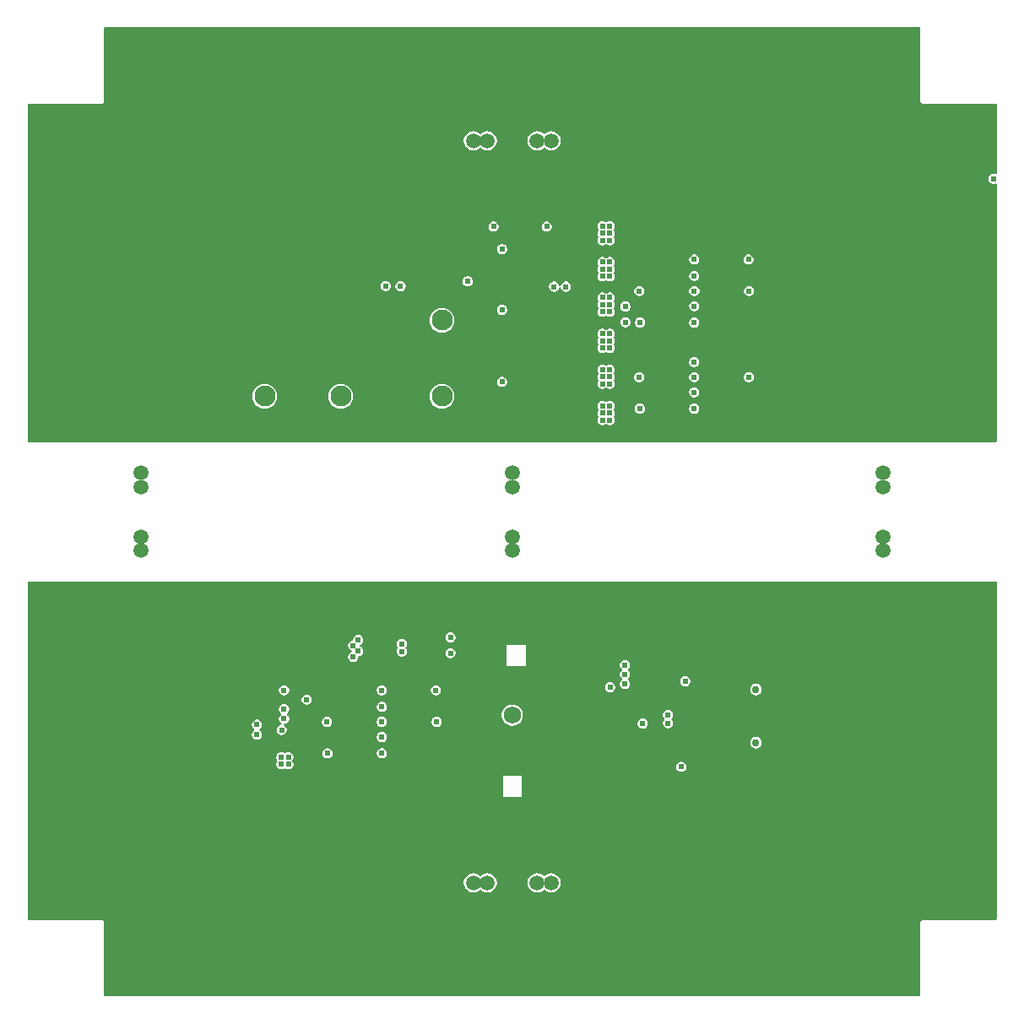
<source format=gbr>
%TF.GenerationSoftware,KiCad,Pcbnew,9.0.1*%
%TF.CreationDate,2025-06-24T16:02:31-04:00*%
%TF.ProjectId,-Z,2d5a2e6b-6963-4616-945f-706362585858,rev?*%
%TF.SameCoordinates,Original*%
%TF.FileFunction,Copper,L5,Inr*%
%TF.FilePolarity,Positive*%
%FSLAX46Y46*%
G04 Gerber Fmt 4.6, Leading zero omitted, Abs format (unit mm)*
G04 Created by KiCad (PCBNEW 9.0.1) date 2025-06-24 16:02:31*
%MOMM*%
%LPD*%
G01*
G04 APERTURE LIST*
%TA.AperFunction,ComponentPad*%
%ADD10C,0.762000*%
%TD*%
%TA.AperFunction,ComponentPad*%
%ADD11C,3.800000*%
%TD*%
%TA.AperFunction,ComponentPad*%
%ADD12C,1.500000*%
%TD*%
%TA.AperFunction,ComponentPad*%
%ADD13C,1.727200*%
%TD*%
%TA.AperFunction,ComponentPad*%
%ADD14C,2.100000*%
%TD*%
%TA.AperFunction,ViaPad*%
%ADD15C,0.609600*%
%TD*%
%TA.AperFunction,ViaPad*%
%ADD16C,0.762000*%
%TD*%
G04 APERTURE END LIST*
D10*
%TO.N,GND*%
%TO.C,H2*%
X144200001Y-145800000D03*
X143555751Y-147355750D03*
X143555751Y-144244250D03*
X142000001Y-148000000D03*
D11*
X142000001Y-145800000D03*
D10*
X142000001Y-143600000D03*
X140444251Y-147355750D03*
X140444251Y-144244250D03*
X139800001Y-145800000D03*
%TD*%
D12*
%TO.N,/Burn Wires/VBURN3*%
%TO.C,JP5*%
X164000001Y-96100000D03*
X164000001Y-97499999D03*
%TO.N,Net-(JP5-B)*%
X164000001Y-102499999D03*
X164000001Y-103899998D03*
%TD*%
D10*
%TO.N,GND*%
%TO.C,H8*%
X212000000Y-121999999D03*
X211355750Y-123555749D03*
X211355750Y-120444249D03*
X209800000Y-124199999D03*
D11*
X209800000Y-121999999D03*
D10*
X209800000Y-119799999D03*
X208244250Y-123555749D03*
X208244250Y-120444249D03*
X207600000Y-121999999D03*
%TD*%
%TO.N,GND*%
%TO.C,H5*%
X144200001Y-54200000D03*
X143555751Y-55755750D03*
X143555751Y-52644250D03*
X142000001Y-56400000D03*
D11*
X142000001Y-54200000D03*
D10*
X142000001Y-52000000D03*
X140444251Y-55755750D03*
X140444251Y-52644250D03*
X139800001Y-54200000D03*
%TD*%
%TO.N,GND*%
%TO.C,H7*%
X212000000Y-78000000D03*
X211355750Y-79555750D03*
X211355750Y-76444250D03*
X209800000Y-80200000D03*
D11*
X209800000Y-78000000D03*
D10*
X209800000Y-75800000D03*
X208244250Y-79555750D03*
X208244250Y-76444250D03*
X207600000Y-78000000D03*
%TD*%
D13*
%TO.N,/Interfaces/GPS*%
%TO.C,AE3*%
X164000000Y-120400000D03*
%TD*%
D12*
%TO.N,/Burn Wires/VBURN1*%
%TO.C,JP1*%
X167900000Y-62789000D03*
X166500001Y-62789000D03*
%TO.N,Net-(JP1-B)*%
X161500001Y-62789000D03*
X160100002Y-62789000D03*
%TD*%
D10*
%TO.N,GND*%
%TO.C,H4*%
X120400001Y-78000000D03*
X119755751Y-79555750D03*
X119755751Y-76444250D03*
X118200001Y-80200000D03*
D11*
X118200001Y-78000000D03*
D10*
X118200001Y-75800000D03*
X116644251Y-79555750D03*
X116644251Y-76444250D03*
X116000001Y-78000000D03*
%TD*%
%TO.N,GND*%
%TO.C,H3*%
X120400001Y-121999999D03*
X119755751Y-123555749D03*
X119755751Y-120444249D03*
X118200001Y-124199999D03*
D11*
X118200001Y-121999999D03*
D10*
X118200001Y-119799999D03*
X116644251Y-123555749D03*
X116644251Y-120444249D03*
X116000001Y-121999999D03*
%TD*%
D12*
%TO.N,Net-(JP3-B)*%
%TO.C,JP4*%
X126789000Y-103899999D03*
X126789000Y-102500000D03*
%TO.N,Net-(JP4-B)*%
X126789000Y-97500000D03*
X126789000Y-96100001D03*
%TD*%
D10*
%TO.N,GND*%
%TO.C,H1*%
X188200000Y-145800000D03*
X187555750Y-147355750D03*
X187555750Y-144244250D03*
X186000000Y-148000000D03*
D11*
X186000000Y-145800000D03*
D10*
X186000000Y-143600000D03*
X184444250Y-147355750D03*
X184444250Y-144244250D03*
X183800000Y-145800000D03*
%TD*%
%TO.N,GND*%
%TO.C,H6*%
X188200000Y-54200000D03*
X187555750Y-55755750D03*
X187555750Y-52644250D03*
X186000000Y-56400000D03*
D11*
X186000000Y-54200000D03*
D10*
X186000000Y-52000000D03*
X184444250Y-55755750D03*
X184444250Y-52644250D03*
X183800000Y-54200000D03*
%TD*%
D14*
%TO.N,/Burn Wires/VBURN_A_IN*%
%TO.C,U2*%
X146793600Y-88417600D03*
%TO.N,GND*%
X139173600Y-80797600D03*
%TO.N,VBATT*%
X139173600Y-88417600D03*
X156953600Y-88417600D03*
%TO.N,Net-(D1-A)*%
X156953600Y-80797600D03*
%TD*%
D12*
%TO.N,/Burn Wires/VBURN2*%
%TO.C,JP3*%
X201211001Y-97500000D03*
X201211001Y-96100001D03*
%TO.N,Net-(JP3-B)*%
X201211001Y-103899999D03*
X201211001Y-102500000D03*
%TD*%
%TO.N,Net-(JP1-B)*%
%TO.C,JP2*%
X161500001Y-137211000D03*
X160100002Y-137211000D03*
%TO.N,Net-(JP2-B)*%
X167900000Y-137211000D03*
X166500001Y-137211000D03*
%TD*%
D15*
%TO.N,GND*%
X161400000Y-128372600D03*
X165100000Y-110900000D03*
X162900000Y-113000000D03*
X163600000Y-111600000D03*
X162200000Y-125972600D03*
X162200000Y-129172600D03*
X165100000Y-115900000D03*
X165000001Y-125972600D03*
X185670201Y-121018798D03*
X165800000Y-125972600D03*
X165500000Y-121200000D03*
X162500000Y-119600000D03*
X163000001Y-121968599D03*
X166600000Y-126772600D03*
X166600000Y-128372600D03*
X164400000Y-115900000D03*
X163000001Y-125171799D03*
X152888399Y-123395400D03*
X163000001Y-125972600D03*
X165000001Y-122769399D03*
X162900000Y-110900000D03*
X164000000Y-118600000D03*
X162925001Y-113756200D03*
X184243801Y-80213400D03*
X165100000Y-111600000D03*
X163000000Y-118900000D03*
X165000001Y-124370999D03*
X165000000Y-118900000D03*
X162900000Y-111600000D03*
X164000000Y-129172600D03*
X161400000Y-125972600D03*
X163600000Y-110900000D03*
X165875001Y-114391200D03*
X165875001Y-115026200D03*
X163000001Y-122769399D03*
X148920200Y-118719600D03*
X165800000Y-112300000D03*
X165800000Y-111600000D03*
X162925001Y-114391200D03*
X165000001Y-121968599D03*
X162200000Y-120400000D03*
X163000001Y-123570199D03*
X166600000Y-127572600D03*
X162925001Y-115026200D03*
X165000001Y-125171799D03*
X161400000Y-127572600D03*
X162900000Y-115900000D03*
X163000000Y-129172600D03*
X162500000Y-121200000D03*
X162900000Y-110200000D03*
X166600000Y-125972600D03*
X165500000Y-119600000D03*
X165000000Y-129172600D03*
X179265400Y-84379000D03*
X165800000Y-120400000D03*
X165000001Y-123570199D03*
X182165000Y-120497799D03*
X163000001Y-124370999D03*
X161400000Y-129172600D03*
X161400000Y-126772600D03*
X165875001Y-113756200D03*
X165900000Y-115900000D03*
X162900000Y-112300000D03*
X163703000Y-115900000D03*
X165800000Y-113000000D03*
X184228800Y-88820999D03*
X165800000Y-129172600D03*
X180281401Y-75514399D03*
X166600000Y-129172600D03*
%TO.N,BURN_RELAY_A*%
X148556800Y-112852399D03*
X152798600Y-77380800D03*
%TO.N,SDA*%
X182237201Y-89661200D03*
X182252200Y-74699600D03*
X141114601Y-119796799D03*
X150917600Y-124230600D03*
%TO.N,SCL*%
X150917599Y-117907000D03*
X182252201Y-81023200D03*
X141114601Y-117896800D03*
%TO.N,/Burn Wires/VBURN1*%
X173042401Y-74955600D03*
X173779001Y-74955600D03*
X173779000Y-76378000D03*
X173779001Y-75666799D03*
X173042400Y-76378000D03*
X173042401Y-75666799D03*
%TO.N,/Burn Wires/VBURN2*%
X173042400Y-83566200D03*
X173779001Y-82143800D03*
X173779000Y-83566200D03*
X173042401Y-82143800D03*
X173779001Y-82854999D03*
X173042401Y-82854999D03*
%TO.N,/Burn Wires/VBURN3*%
X173042400Y-90805200D03*
X173042401Y-89382800D03*
X173779000Y-89382799D03*
X173779001Y-90093999D03*
X173779000Y-90805200D03*
X173042401Y-90093999D03*
%TO.N,SCL_M*%
X182237200Y-84987599D03*
X179625001Y-120370803D03*
%TO.N,SDA_M*%
X182237200Y-88011199D03*
X179625001Y-121209000D03*
%TO.N,SCL_IO*%
X150926600Y-119565999D03*
X152925600Y-113258796D03*
%TO.N,BURN_EN1*%
X162984001Y-73660200D03*
X148048800Y-114554200D03*
%TO.N,BURN_EN2*%
X162984001Y-79743000D03*
X148559567Y-113977544D03*
%TO.N,SDA_IO*%
X152925600Y-114020800D03*
X150917599Y-122580599D03*
%TO.N,BURN_EN3*%
X148044222Y-113416236D03*
X162984001Y-86982000D03*
%TO.N,/Light Sensor/LS_3V3*%
X182262601Y-77861400D03*
X187687802Y-74699600D03*
X187750800Y-77861400D03*
X176753600Y-77861399D03*
X159529601Y-76885999D03*
X176816600Y-81023200D03*
X175353801Y-80985701D03*
%TO.N,COIL_DRIVER_EN*%
X141114601Y-120751799D03*
X173812200Y-117589800D03*
%TO.N,/GPIO Expander/GE_3V3*%
X145418999Y-121068800D03*
X157802401Y-114173301D03*
X156416200Y-121068800D03*
X156353200Y-117907000D03*
X150907199Y-121068799D03*
X145482000Y-124230600D03*
%TO.N,/Burn Wires/VBURN_A_IN*%
X151300001Y-77355399D03*
X173779001Y-71348799D03*
X173779000Y-78511599D03*
X173779000Y-87173000D03*
X173779000Y-72771199D03*
X173779001Y-79222800D03*
X173779000Y-79934000D03*
X173042401Y-71348799D03*
X173779001Y-86461800D03*
X173042401Y-86461800D03*
X173042400Y-72060000D03*
X173042401Y-87172999D03*
X173042401Y-79933999D03*
X173779000Y-72060000D03*
X173042400Y-78511599D03*
X173042401Y-72771200D03*
X173779000Y-85750600D03*
X173042400Y-85750600D03*
X173042401Y-79222800D03*
%TO.N,3V3_P*%
X175353801Y-79410698D03*
X138398801Y-122359991D03*
X180945800Y-125590000D03*
X138398801Y-121359989D03*
X177085200Y-121234401D03*
X181340000Y-116992600D03*
X176738601Y-86499399D03*
X140873001Y-121869400D03*
X157802401Y-112598298D03*
X187735801Y-86499399D03*
X143389601Y-118846800D03*
X176801600Y-89661200D03*
X182247600Y-86499399D03*
%TO.N,VBATT_M*%
X175308401Y-116306800D03*
X175308400Y-115375902D03*
X140835201Y-124612600D03*
X175308401Y-117246600D03*
X141546400Y-125323799D03*
X141546400Y-124612600D03*
X140835201Y-125323799D03*
%TO.N,/Light Sensor/I2C Protection/DEVICE*%
X182252201Y-76349600D03*
X169384801Y-77419400D03*
%TO.N,/Light Sensor/I2C Protection1/DEVICE*%
X182252201Y-79373200D03*
X168191001Y-77419400D03*
%TO.N,/Light Sensor/ADDR*%
X162118879Y-71401124D03*
X167454400Y-71399599D03*
D16*
%TO.N,/Coil Driver/coil*%
X188438800Y-123164801D03*
X188438801Y-117830802D03*
D15*
X212285401Y-66599000D03*
%TD*%
%TA.AperFunction,Conductor*%
%TO.N,GND*%
G36*
X212582112Y-107019213D02*
G01*
X212618657Y-107069513D01*
X212623581Y-107100600D01*
X212623581Y-140822980D01*
X212604368Y-140882111D01*
X212554068Y-140918656D01*
X212522981Y-140923580D01*
X205250441Y-140923580D01*
X205154705Y-140949233D01*
X205068876Y-140998787D01*
X205068875Y-140998788D01*
X205068874Y-140998789D01*
X204998790Y-141068873D01*
X204998789Y-141068874D01*
X204998788Y-141068875D01*
X204949234Y-141154704D01*
X204923581Y-141250440D01*
X204923580Y-141250443D01*
X204923580Y-148522980D01*
X204904367Y-148582111D01*
X204854067Y-148618656D01*
X204822980Y-148623580D01*
X123177021Y-148623580D01*
X123117890Y-148604367D01*
X123081345Y-148554067D01*
X123076421Y-148522980D01*
X123076420Y-141250443D01*
X123076419Y-141250440D01*
X123050766Y-141154704D01*
X123001212Y-141068875D01*
X123001211Y-141068873D01*
X122931127Y-140998789D01*
X122931124Y-140998787D01*
X122845295Y-140949233D01*
X122749559Y-140923580D01*
X122749557Y-140923580D01*
X115477020Y-140923580D01*
X115417889Y-140904367D01*
X115381344Y-140854067D01*
X115376420Y-140822980D01*
X115376420Y-137117069D01*
X159146302Y-137117069D01*
X159146302Y-137304930D01*
X159182952Y-137489186D01*
X159254842Y-137662743D01*
X159254846Y-137662751D01*
X159296819Y-137725567D01*
X159359214Y-137818949D01*
X159492053Y-137951788D01*
X159595246Y-138020739D01*
X159648250Y-138056155D01*
X159648252Y-138056156D01*
X159648255Y-138056158D01*
X159735036Y-138092104D01*
X159821815Y-138128049D01*
X159821816Y-138128049D01*
X159821818Y-138128050D01*
X160006071Y-138164700D01*
X160006072Y-138164700D01*
X160193932Y-138164700D01*
X160193933Y-138164700D01*
X160378186Y-138128050D01*
X160551749Y-138056158D01*
X160707951Y-137951788D01*
X160728865Y-137930874D01*
X160784262Y-137902646D01*
X160845671Y-137912371D01*
X160871136Y-137930872D01*
X160892052Y-137951788D01*
X160995245Y-138020739D01*
X161048249Y-138056155D01*
X161048251Y-138056156D01*
X161048254Y-138056158D01*
X161135035Y-138092104D01*
X161221814Y-138128049D01*
X161221815Y-138128049D01*
X161221817Y-138128050D01*
X161406070Y-138164700D01*
X161406071Y-138164700D01*
X161593931Y-138164700D01*
X161593932Y-138164700D01*
X161778185Y-138128050D01*
X161951748Y-138056158D01*
X162107950Y-137951788D01*
X162240789Y-137818949D01*
X162345159Y-137662747D01*
X162417051Y-137489184D01*
X162453701Y-137304931D01*
X162453701Y-137117069D01*
X165546301Y-137117069D01*
X165546301Y-137304930D01*
X165582951Y-137489186D01*
X165654841Y-137662743D01*
X165654845Y-137662751D01*
X165696818Y-137725567D01*
X165759213Y-137818949D01*
X165892052Y-137951788D01*
X165995245Y-138020739D01*
X166048249Y-138056155D01*
X166048251Y-138056156D01*
X166048254Y-138056158D01*
X166135035Y-138092104D01*
X166221814Y-138128049D01*
X166221815Y-138128049D01*
X166221817Y-138128050D01*
X166406070Y-138164700D01*
X166406071Y-138164700D01*
X166593931Y-138164700D01*
X166593932Y-138164700D01*
X166778185Y-138128050D01*
X166951748Y-138056158D01*
X167107950Y-137951788D01*
X167128864Y-137930874D01*
X167184261Y-137902646D01*
X167245670Y-137912371D01*
X167271135Y-137930872D01*
X167292051Y-137951788D01*
X167395244Y-138020739D01*
X167448248Y-138056155D01*
X167448250Y-138056156D01*
X167448253Y-138056158D01*
X167535034Y-138092104D01*
X167621813Y-138128049D01*
X167621814Y-138128049D01*
X167621816Y-138128050D01*
X167806069Y-138164700D01*
X167806070Y-138164700D01*
X167993930Y-138164700D01*
X167993931Y-138164700D01*
X168178184Y-138128050D01*
X168351747Y-138056158D01*
X168507949Y-137951788D01*
X168640788Y-137818949D01*
X168745158Y-137662747D01*
X168817050Y-137489184D01*
X168853700Y-137304931D01*
X168853700Y-137117069D01*
X168817050Y-136932816D01*
X168745158Y-136759253D01*
X168640788Y-136603051D01*
X168507949Y-136470212D01*
X168456352Y-136435736D01*
X168351751Y-136365844D01*
X168351743Y-136365840D01*
X168178186Y-136293950D01*
X168055348Y-136269516D01*
X167993931Y-136257300D01*
X167806069Y-136257300D01*
X167760005Y-136266462D01*
X167621813Y-136293950D01*
X167448256Y-136365840D01*
X167448248Y-136365844D01*
X167292050Y-136470213D01*
X167292042Y-136470218D01*
X167271133Y-136491128D01*
X167215735Y-136519354D01*
X167154327Y-136509626D01*
X167128865Y-136491127D01*
X167107951Y-136470213D01*
X166951752Y-136365844D01*
X166951744Y-136365840D01*
X166778187Y-136293950D01*
X166655349Y-136269516D01*
X166593932Y-136257300D01*
X166406070Y-136257300D01*
X166360006Y-136266462D01*
X166221814Y-136293950D01*
X166048257Y-136365840D01*
X166048249Y-136365844D01*
X165923037Y-136449508D01*
X165892052Y-136470212D01*
X165892051Y-136470213D01*
X165892050Y-136470213D01*
X165759214Y-136603049D01*
X165759214Y-136603050D01*
X165654845Y-136759248D01*
X165654841Y-136759256D01*
X165582951Y-136932813D01*
X165546301Y-137117069D01*
X162453701Y-137117069D01*
X162417051Y-136932816D01*
X162345159Y-136759253D01*
X162240789Y-136603051D01*
X162107950Y-136470212D01*
X162056353Y-136435736D01*
X161951752Y-136365844D01*
X161951744Y-136365840D01*
X161778187Y-136293950D01*
X161655349Y-136269516D01*
X161593932Y-136257300D01*
X161406070Y-136257300D01*
X161360006Y-136266462D01*
X161221814Y-136293950D01*
X161048257Y-136365840D01*
X161048249Y-136365844D01*
X160892051Y-136470213D01*
X160892043Y-136470218D01*
X160871134Y-136491128D01*
X160815736Y-136519354D01*
X160754328Y-136509626D01*
X160728866Y-136491127D01*
X160707952Y-136470213D01*
X160551753Y-136365844D01*
X160551745Y-136365840D01*
X160378188Y-136293950D01*
X160255350Y-136269516D01*
X160193933Y-136257300D01*
X160006071Y-136257300D01*
X159960007Y-136266462D01*
X159821815Y-136293950D01*
X159648258Y-136365840D01*
X159648250Y-136365844D01*
X159523038Y-136449508D01*
X159492053Y-136470212D01*
X159492052Y-136470213D01*
X159492051Y-136470213D01*
X159359215Y-136603049D01*
X159359215Y-136603050D01*
X159254846Y-136759248D01*
X159254842Y-136759256D01*
X159182952Y-136932813D01*
X159146302Y-137117069D01*
X115376420Y-137117069D01*
X115376420Y-128597599D01*
X163050001Y-128597599D01*
X164950001Y-128597599D01*
X164950001Y-126507599D01*
X163050001Y-126507599D01*
X163050001Y-128597599D01*
X115376420Y-128597599D01*
X115376420Y-124545649D01*
X140326701Y-124545649D01*
X140326701Y-124679550D01*
X140361352Y-124808870D01*
X140361354Y-124808875D01*
X140424300Y-124917899D01*
X140437227Y-124978714D01*
X140424300Y-125018499D01*
X140361354Y-125127523D01*
X140361352Y-125127528D01*
X140326701Y-125256848D01*
X140326701Y-125390749D01*
X140361352Y-125520069D01*
X140361352Y-125520070D01*
X140363076Y-125523056D01*
X140428300Y-125636025D01*
X140522975Y-125730700D01*
X140638927Y-125797646D01*
X140638929Y-125797647D01*
X140768250Y-125832298D01*
X140768254Y-125832298D01*
X140768256Y-125832299D01*
X140768258Y-125832299D01*
X140902144Y-125832299D01*
X140902146Y-125832299D01*
X140902148Y-125832298D01*
X140902151Y-125832298D01*
X141031471Y-125797647D01*
X141031472Y-125797647D01*
X141031472Y-125797646D01*
X141031475Y-125797646D01*
X141140501Y-125734698D01*
X141201314Y-125721772D01*
X141241099Y-125734698D01*
X141350126Y-125797646D01*
X141350128Y-125797647D01*
X141479449Y-125832298D01*
X141479453Y-125832298D01*
X141479455Y-125832299D01*
X141479457Y-125832299D01*
X141613343Y-125832299D01*
X141613345Y-125832299D01*
X141613347Y-125832298D01*
X141613350Y-125832298D01*
X141742670Y-125797647D01*
X141742671Y-125797647D01*
X141742671Y-125797646D01*
X141742674Y-125797646D01*
X141858626Y-125730700D01*
X141953301Y-125636025D01*
X142018529Y-125523049D01*
X180437300Y-125523049D01*
X180437300Y-125656950D01*
X180471951Y-125786270D01*
X180471951Y-125786271D01*
X180478519Y-125797647D01*
X180538899Y-125902226D01*
X180633574Y-125996901D01*
X180749526Y-126063847D01*
X180749528Y-126063848D01*
X180878849Y-126098499D01*
X180878853Y-126098499D01*
X180878855Y-126098500D01*
X180878857Y-126098500D01*
X181012743Y-126098500D01*
X181012745Y-126098500D01*
X181012747Y-126098499D01*
X181012750Y-126098499D01*
X181142070Y-126063848D01*
X181142071Y-126063848D01*
X181142071Y-126063847D01*
X181142074Y-126063847D01*
X181258026Y-125996901D01*
X181352701Y-125902226D01*
X181419647Y-125786274D01*
X181454300Y-125656945D01*
X181454300Y-125523055D01*
X181454299Y-125523053D01*
X181454299Y-125523049D01*
X181419648Y-125393729D01*
X181419648Y-125393728D01*
X181352700Y-125277773D01*
X181258026Y-125183099D01*
X181142071Y-125116151D01*
X181012750Y-125081500D01*
X181012745Y-125081500D01*
X180878855Y-125081500D01*
X180878849Y-125081500D01*
X180749529Y-125116151D01*
X180749528Y-125116151D01*
X180633573Y-125183099D01*
X180538899Y-125277773D01*
X180471951Y-125393728D01*
X180471951Y-125393729D01*
X180437300Y-125523049D01*
X142018529Y-125523049D01*
X142020247Y-125520073D01*
X142020975Y-125517354D01*
X142028192Y-125490424D01*
X142054899Y-125390749D01*
X142054900Y-125390742D01*
X142054900Y-125256855D01*
X142054899Y-125256848D01*
X142020248Y-125127528D01*
X142020248Y-125127527D01*
X141957300Y-125018500D01*
X141944373Y-124957684D01*
X141957300Y-124917899D01*
X142020247Y-124808874D01*
X142038943Y-124739099D01*
X142054899Y-124679550D01*
X142054900Y-124679543D01*
X142054900Y-124545656D01*
X142054899Y-124545649D01*
X142020248Y-124416329D01*
X142020248Y-124416328D01*
X141953300Y-124300373D01*
X141858626Y-124205699D01*
X141785795Y-124163649D01*
X144973500Y-124163649D01*
X144973500Y-124297550D01*
X145008151Y-124426870D01*
X145008151Y-124426871D01*
X145008153Y-124426874D01*
X145075099Y-124542826D01*
X145169774Y-124637501D01*
X145242604Y-124679550D01*
X145285728Y-124704448D01*
X145415049Y-124739099D01*
X145415053Y-124739099D01*
X145415055Y-124739100D01*
X145415057Y-124739100D01*
X145548943Y-124739100D01*
X145548945Y-124739100D01*
X145548947Y-124739099D01*
X145548950Y-124739099D01*
X145678270Y-124704448D01*
X145678271Y-124704448D01*
X145678271Y-124704447D01*
X145678274Y-124704447D01*
X145794226Y-124637501D01*
X145888901Y-124542826D01*
X145955847Y-124426874D01*
X145989742Y-124300374D01*
X145990499Y-124297550D01*
X145990500Y-124297543D01*
X145990500Y-124163656D01*
X145990499Y-124163649D01*
X150409100Y-124163649D01*
X150409100Y-124297550D01*
X150443751Y-124426870D01*
X150443751Y-124426871D01*
X150443753Y-124426874D01*
X150510699Y-124542826D01*
X150605374Y-124637501D01*
X150678204Y-124679550D01*
X150721328Y-124704448D01*
X150850649Y-124739099D01*
X150850653Y-124739099D01*
X150850655Y-124739100D01*
X150850657Y-124739100D01*
X150984543Y-124739100D01*
X150984545Y-124739100D01*
X150984547Y-124739099D01*
X150984550Y-124739099D01*
X151113870Y-124704448D01*
X151113871Y-124704448D01*
X151113871Y-124704447D01*
X151113874Y-124704447D01*
X151229826Y-124637501D01*
X151324501Y-124542826D01*
X151391447Y-124426874D01*
X151425342Y-124300374D01*
X151426099Y-124297550D01*
X151426100Y-124297543D01*
X151426100Y-124163656D01*
X151426099Y-124163649D01*
X151391448Y-124034329D01*
X151391448Y-124034328D01*
X151324500Y-123918373D01*
X151229826Y-123823699D01*
X151113871Y-123756751D01*
X150984550Y-123722100D01*
X150984545Y-123722100D01*
X150850655Y-123722100D01*
X150850649Y-123722100D01*
X150721329Y-123756751D01*
X150721328Y-123756751D01*
X150605373Y-123823699D01*
X150510699Y-123918373D01*
X150443751Y-124034328D01*
X150443751Y-124034329D01*
X150409100Y-124163649D01*
X145990499Y-124163649D01*
X145955848Y-124034329D01*
X145955848Y-124034328D01*
X145888900Y-123918373D01*
X145794226Y-123823699D01*
X145678271Y-123756751D01*
X145548950Y-123722100D01*
X145548945Y-123722100D01*
X145415055Y-123722100D01*
X145415049Y-123722100D01*
X145285729Y-123756751D01*
X145285728Y-123756751D01*
X145169773Y-123823699D01*
X145075099Y-123918373D01*
X145008151Y-124034328D01*
X145008151Y-124034329D01*
X144973500Y-124163649D01*
X141785795Y-124163649D01*
X141742671Y-124138751D01*
X141613350Y-124104100D01*
X141613345Y-124104100D01*
X141479455Y-124104100D01*
X141479449Y-124104100D01*
X141350129Y-124138751D01*
X141350124Y-124138753D01*
X141241100Y-124201699D01*
X141180285Y-124214626D01*
X141140500Y-124201699D01*
X141031476Y-124138753D01*
X141031471Y-124138751D01*
X140902151Y-124104100D01*
X140902146Y-124104100D01*
X140768256Y-124104100D01*
X140768250Y-124104100D01*
X140638930Y-124138751D01*
X140638929Y-124138751D01*
X140522974Y-124205699D01*
X140428300Y-124300373D01*
X140361352Y-124416328D01*
X140361352Y-124416329D01*
X140326701Y-124545649D01*
X115376420Y-124545649D01*
X115376420Y-121293038D01*
X137890301Y-121293038D01*
X137890301Y-121426939D01*
X137924952Y-121556259D01*
X137924952Y-121556260D01*
X137991900Y-121672215D01*
X138086576Y-121766891D01*
X138096930Y-121772869D01*
X138138532Y-121819074D01*
X138145029Y-121880908D01*
X138113941Y-121934752D01*
X138096930Y-121947111D01*
X138086576Y-121953088D01*
X138086575Y-121953090D01*
X137991900Y-122047764D01*
X137924952Y-122163719D01*
X137924952Y-122163720D01*
X137890301Y-122293040D01*
X137890301Y-122426941D01*
X137924952Y-122556261D01*
X137924952Y-122556262D01*
X137977654Y-122647542D01*
X137991900Y-122672217D01*
X138086575Y-122766892D01*
X138153942Y-122805787D01*
X138202529Y-122833839D01*
X138331850Y-122868490D01*
X138331854Y-122868490D01*
X138331856Y-122868491D01*
X138331858Y-122868491D01*
X138465744Y-122868491D01*
X138465746Y-122868491D01*
X138465748Y-122868490D01*
X138465751Y-122868490D01*
X138595071Y-122833839D01*
X138595072Y-122833839D01*
X138595072Y-122833838D01*
X138595075Y-122833838D01*
X138711027Y-122766892D01*
X138805702Y-122672217D01*
X138872648Y-122556265D01*
X138884065Y-122513655D01*
X138884067Y-122513648D01*
X150409099Y-122513648D01*
X150409099Y-122647549D01*
X150443750Y-122776869D01*
X150443750Y-122776870D01*
X150510698Y-122892825D01*
X150605373Y-122987500D01*
X150721325Y-123054446D01*
X150721327Y-123054447D01*
X150850648Y-123089098D01*
X150850652Y-123089098D01*
X150850654Y-123089099D01*
X150850656Y-123089099D01*
X150984542Y-123089099D01*
X150984544Y-123089099D01*
X150984546Y-123089098D01*
X150984549Y-123089098D01*
X150989315Y-123087821D01*
X187854100Y-123087821D01*
X187854100Y-123241780D01*
X187893948Y-123390490D01*
X187970924Y-123523815D01*
X188079785Y-123632676D01*
X188079784Y-123632676D01*
X188213110Y-123709652D01*
X188213111Y-123709652D01*
X188213114Y-123709654D01*
X188361823Y-123749501D01*
X188361825Y-123749501D01*
X188515775Y-123749501D01*
X188515777Y-123749501D01*
X188664486Y-123709654D01*
X188797814Y-123632677D01*
X188906676Y-123523815D01*
X188983653Y-123390487D01*
X189023500Y-123241778D01*
X189023500Y-123087824D01*
X188983653Y-122939115D01*
X188906676Y-122805787D01*
X188797814Y-122696925D01*
X188797815Y-122696925D01*
X188664489Y-122619949D01*
X188664486Y-122619948D01*
X188624644Y-122609272D01*
X188515779Y-122580101D01*
X188515777Y-122580101D01*
X188361823Y-122580101D01*
X188361820Y-122580101D01*
X188213110Y-122619949D01*
X188079785Y-122696925D01*
X187970924Y-122805786D01*
X187893948Y-122939111D01*
X187854100Y-123087821D01*
X150989315Y-123087821D01*
X151113869Y-123054447D01*
X151113870Y-123054447D01*
X151113870Y-123054446D01*
X151113873Y-123054446D01*
X151229825Y-122987500D01*
X151324500Y-122892825D01*
X151391446Y-122776873D01*
X151426099Y-122647544D01*
X151426099Y-122513654D01*
X151426098Y-122513652D01*
X151426098Y-122513648D01*
X151391447Y-122384328D01*
X151391447Y-122384327D01*
X151367729Y-122343247D01*
X151324500Y-122268373D01*
X151229825Y-122173698D01*
X151113873Y-122106752D01*
X151113870Y-122106750D01*
X150984549Y-122072099D01*
X150984544Y-122072099D01*
X150850654Y-122072099D01*
X150850648Y-122072099D01*
X150721328Y-122106750D01*
X150721327Y-122106750D01*
X150605372Y-122173698D01*
X150510698Y-122268372D01*
X150443750Y-122384327D01*
X150443750Y-122384328D01*
X150409099Y-122513648D01*
X138884067Y-122513648D01*
X138892809Y-122481023D01*
X138907300Y-122426941D01*
X138907301Y-122426934D01*
X138907301Y-122293047D01*
X138907300Y-122293040D01*
X138872649Y-122163720D01*
X138872649Y-122163719D01*
X138872648Y-122163717D01*
X138805702Y-122047765D01*
X138711027Y-121953090D01*
X138711022Y-121953086D01*
X138700674Y-121947112D01*
X138659071Y-121900908D01*
X138652571Y-121839075D01*
X138673717Y-121802449D01*
X140364501Y-121802449D01*
X140364501Y-121936350D01*
X140399152Y-122065670D01*
X140399152Y-122065671D01*
X140422871Y-122106752D01*
X140466100Y-122181626D01*
X140560775Y-122276301D01*
X140676727Y-122343247D01*
X140676729Y-122343248D01*
X140806050Y-122377899D01*
X140806054Y-122377899D01*
X140806056Y-122377900D01*
X140806058Y-122377900D01*
X140939944Y-122377900D01*
X140939946Y-122377900D01*
X140939948Y-122377899D01*
X140939951Y-122377899D01*
X141069271Y-122343248D01*
X141069272Y-122343248D01*
X141069272Y-122343247D01*
X141069275Y-122343247D01*
X141185227Y-122276301D01*
X141279902Y-122181626D01*
X141346848Y-122065674D01*
X141352893Y-122043112D01*
X141381500Y-121936350D01*
X141381501Y-121936343D01*
X141381501Y-121802456D01*
X141381500Y-121802449D01*
X141346849Y-121673129D01*
X141346849Y-121673128D01*
X141328474Y-121641302D01*
X141279902Y-121557174D01*
X141185227Y-121462499D01*
X141185225Y-121462497D01*
X141155185Y-121445153D01*
X141113583Y-121398947D01*
X141107086Y-121337114D01*
X141138174Y-121283270D01*
X141179451Y-121260860D01*
X141181545Y-121260299D01*
X141181546Y-121260299D01*
X141310871Y-121225647D01*
X141310872Y-121225647D01*
X141310872Y-121225646D01*
X141310875Y-121225646D01*
X141426827Y-121158700D01*
X141521502Y-121064025D01*
X141557400Y-121001849D01*
X144910499Y-121001849D01*
X144910499Y-121135750D01*
X144945150Y-121265070D01*
X144945150Y-121265071D01*
X144956127Y-121284083D01*
X145012098Y-121381026D01*
X145106773Y-121475701D01*
X145222725Y-121542647D01*
X145222727Y-121542648D01*
X145352048Y-121577299D01*
X145352052Y-121577299D01*
X145352054Y-121577300D01*
X145352056Y-121577300D01*
X145485942Y-121577300D01*
X145485944Y-121577300D01*
X145485946Y-121577299D01*
X145485949Y-121577299D01*
X145615269Y-121542648D01*
X145615270Y-121542648D01*
X145615270Y-121542647D01*
X145615273Y-121542647D01*
X145731225Y-121475701D01*
X145825900Y-121381026D01*
X145892846Y-121265074D01*
X145903411Y-121225646D01*
X145927498Y-121135750D01*
X145927499Y-121135743D01*
X145927499Y-121001853D01*
X145927498Y-121001848D01*
X150398699Y-121001848D01*
X150398699Y-121135749D01*
X150433350Y-121265069D01*
X150433350Y-121265070D01*
X150479977Y-121345829D01*
X150500298Y-121381025D01*
X150594973Y-121475700D01*
X150594975Y-121475701D01*
X150710927Y-121542647D01*
X150840248Y-121577298D01*
X150840252Y-121577298D01*
X150840254Y-121577299D01*
X150840256Y-121577299D01*
X150974142Y-121577299D01*
X150974144Y-121577299D01*
X150974146Y-121577298D01*
X150974149Y-121577298D01*
X151088615Y-121546627D01*
X151103469Y-121542647D01*
X151103470Y-121542647D01*
X151103470Y-121542646D01*
X151103473Y-121542646D01*
X151219425Y-121475700D01*
X151314100Y-121381025D01*
X151381046Y-121265073D01*
X151408204Y-121163717D01*
X151415698Y-121135749D01*
X151415699Y-121135742D01*
X151415699Y-121001855D01*
X151415698Y-121001849D01*
X155907700Y-121001849D01*
X155907700Y-121135750D01*
X155942351Y-121265070D01*
X155942351Y-121265071D01*
X155953328Y-121284083D01*
X156009299Y-121381026D01*
X156103974Y-121475701D01*
X156219926Y-121542647D01*
X156219928Y-121542648D01*
X156349249Y-121577299D01*
X156349253Y-121577299D01*
X156349255Y-121577300D01*
X156349257Y-121577300D01*
X156483143Y-121577300D01*
X156483145Y-121577300D01*
X156483147Y-121577299D01*
X156483150Y-121577299D01*
X156612470Y-121542648D01*
X156612471Y-121542648D01*
X156612471Y-121542647D01*
X156612474Y-121542647D01*
X156728426Y-121475701D01*
X156823101Y-121381026D01*
X156890047Y-121265074D01*
X156900612Y-121225646D01*
X156924699Y-121135750D01*
X156924700Y-121135743D01*
X156924700Y-121001856D01*
X156924699Y-121001849D01*
X156890048Y-120872529D01*
X156890048Y-120872528D01*
X156883413Y-120861036D01*
X156823101Y-120756574D01*
X156728426Y-120661899D01*
X156612474Y-120594953D01*
X156612471Y-120594951D01*
X156483150Y-120560300D01*
X156483145Y-120560300D01*
X156349255Y-120560300D01*
X156349249Y-120560300D01*
X156219929Y-120594951D01*
X156219928Y-120594951D01*
X156103973Y-120661899D01*
X156009299Y-120756573D01*
X155942351Y-120872528D01*
X155942351Y-120872529D01*
X155907700Y-121001849D01*
X151415698Y-121001849D01*
X151415698Y-121001848D01*
X151381047Y-120872528D01*
X151381047Y-120872527D01*
X151374412Y-120861035D01*
X151314100Y-120756573D01*
X151219425Y-120661898D01*
X151103473Y-120594952D01*
X151103470Y-120594950D01*
X150974149Y-120560299D01*
X150974144Y-120560299D01*
X150840254Y-120560299D01*
X150840248Y-120560299D01*
X150710928Y-120594950D01*
X150710927Y-120594950D01*
X150594972Y-120661898D01*
X150500298Y-120756572D01*
X150433350Y-120872527D01*
X150433350Y-120872528D01*
X150398699Y-121001848D01*
X145927498Y-121001848D01*
X145892847Y-120872529D01*
X145892847Y-120872528D01*
X145886212Y-120861036D01*
X145825900Y-120756574D01*
X145731225Y-120661899D01*
X145615273Y-120594953D01*
X145615270Y-120594951D01*
X145485949Y-120560300D01*
X145485944Y-120560300D01*
X145352054Y-120560300D01*
X145352048Y-120560300D01*
X145222728Y-120594951D01*
X145222727Y-120594951D01*
X145106772Y-120661899D01*
X145012098Y-120756573D01*
X144945150Y-120872528D01*
X144945150Y-120872529D01*
X144910499Y-121001849D01*
X141557400Y-121001849D01*
X141588448Y-120948073D01*
X141595387Y-120922175D01*
X141623100Y-120818749D01*
X141623101Y-120818742D01*
X141623101Y-120684855D01*
X141623100Y-120684848D01*
X141588449Y-120555528D01*
X141588449Y-120555527D01*
X141559346Y-120505120D01*
X141521502Y-120439573D01*
X141427363Y-120345434D01*
X141401605Y-120294880D01*
X162932700Y-120294880D01*
X162932700Y-120505120D01*
X162945024Y-120567077D01*
X162973716Y-120711322D01*
X163054169Y-120905552D01*
X163054173Y-120905560D01*
X163170972Y-121080362D01*
X163319637Y-121229027D01*
X163494439Y-121345826D01*
X163494441Y-121345827D01*
X163494444Y-121345829D01*
X163529472Y-121360338D01*
X163688677Y-121426283D01*
X163688678Y-121426283D01*
X163688680Y-121426284D01*
X163894880Y-121467300D01*
X163894881Y-121467300D01*
X164105119Y-121467300D01*
X164105120Y-121467300D01*
X164311320Y-121426284D01*
X164505556Y-121345829D01*
X164680364Y-121229026D01*
X164741940Y-121167450D01*
X176576700Y-121167450D01*
X176576700Y-121301351D01*
X176611351Y-121430671D01*
X176611351Y-121430672D01*
X176637349Y-121475701D01*
X176678299Y-121546627D01*
X176772974Y-121641302D01*
X176844931Y-121682847D01*
X176888928Y-121708249D01*
X177018249Y-121742900D01*
X177018253Y-121742900D01*
X177018255Y-121742901D01*
X177018257Y-121742901D01*
X177152143Y-121742901D01*
X177152145Y-121742901D01*
X177152147Y-121742900D01*
X177152150Y-121742900D01*
X177281470Y-121708249D01*
X177281471Y-121708249D01*
X177281471Y-121708248D01*
X177281474Y-121708248D01*
X177397426Y-121641302D01*
X177492101Y-121546627D01*
X177559047Y-121430675D01*
X177572350Y-121381026D01*
X177593699Y-121301351D01*
X177593700Y-121301344D01*
X177593700Y-121167457D01*
X177593699Y-121167450D01*
X177559048Y-121038130D01*
X177559048Y-121038129D01*
X177544383Y-121012729D01*
X177492101Y-120922175D01*
X177397426Y-120827500D01*
X177332304Y-120789901D01*
X177281471Y-120760552D01*
X177152150Y-120725901D01*
X177152145Y-120725901D01*
X177018255Y-120725901D01*
X177018249Y-120725901D01*
X176888929Y-120760552D01*
X176888928Y-120760552D01*
X176772973Y-120827500D01*
X176678299Y-120922174D01*
X176611351Y-121038129D01*
X176611351Y-121038130D01*
X176576700Y-121167450D01*
X164741940Y-121167450D01*
X164829026Y-121080364D01*
X164945829Y-120905556D01*
X165026284Y-120711320D01*
X165067300Y-120505120D01*
X165067300Y-120303852D01*
X179116501Y-120303852D01*
X179116501Y-120437753D01*
X179151152Y-120567073D01*
X179151152Y-120567074D01*
X179218100Y-120683029D01*
X179253837Y-120718766D01*
X179282063Y-120774164D01*
X179272337Y-120835572D01*
X179253838Y-120861035D01*
X179218100Y-120896773D01*
X179151152Y-121012728D01*
X179151152Y-121012729D01*
X179116501Y-121142049D01*
X179116501Y-121275950D01*
X179151152Y-121405270D01*
X179151152Y-121405271D01*
X179191815Y-121475700D01*
X179218100Y-121521226D01*
X179312775Y-121615901D01*
X179428727Y-121682847D01*
X179428729Y-121682848D01*
X179558050Y-121717499D01*
X179558054Y-121717499D01*
X179558056Y-121717500D01*
X179558058Y-121717500D01*
X179691944Y-121717500D01*
X179691946Y-121717500D01*
X179691948Y-121717499D01*
X179691951Y-121717499D01*
X179821271Y-121682848D01*
X179821272Y-121682848D01*
X179821272Y-121682847D01*
X179821275Y-121682847D01*
X179937227Y-121615901D01*
X180031902Y-121521226D01*
X180098848Y-121405274D01*
X180126695Y-121301346D01*
X180133500Y-121275950D01*
X180133501Y-121275943D01*
X180133501Y-121142056D01*
X180133500Y-121142049D01*
X180098849Y-121012729D01*
X180098849Y-121012728D01*
X180092572Y-121001856D01*
X180031902Y-120896774D01*
X179996163Y-120861035D01*
X179967938Y-120805638D01*
X179977664Y-120744230D01*
X179996162Y-120718768D01*
X180031902Y-120683029D01*
X180098848Y-120567077D01*
X180133012Y-120439573D01*
X180133500Y-120437753D01*
X180133501Y-120437746D01*
X180133501Y-120303859D01*
X180133500Y-120303852D01*
X180098849Y-120174532D01*
X180098849Y-120174531D01*
X180098848Y-120174529D01*
X180031902Y-120058577D01*
X179937227Y-119963902D01*
X179821275Y-119896956D01*
X179821272Y-119896954D01*
X179691951Y-119862303D01*
X179691946Y-119862303D01*
X179558056Y-119862303D01*
X179558050Y-119862303D01*
X179428730Y-119896954D01*
X179428729Y-119896954D01*
X179312774Y-119963902D01*
X179218100Y-120058576D01*
X179151152Y-120174531D01*
X179151152Y-120174532D01*
X179116501Y-120303852D01*
X165067300Y-120303852D01*
X165067300Y-120294880D01*
X165026284Y-120088680D01*
X164945829Y-119894444D01*
X164925319Y-119863749D01*
X164829027Y-119719637D01*
X164680362Y-119570972D01*
X164505560Y-119454173D01*
X164505552Y-119454169D01*
X164311322Y-119373716D01*
X164173853Y-119346372D01*
X164105120Y-119332700D01*
X163894880Y-119332700D01*
X163843330Y-119342954D01*
X163688677Y-119373716D01*
X163494447Y-119454169D01*
X163494439Y-119454173D01*
X163319637Y-119570972D01*
X163319636Y-119570974D01*
X163170974Y-119719636D01*
X163170972Y-119719637D01*
X163054173Y-119894439D01*
X163054169Y-119894447D01*
X162973716Y-120088677D01*
X162950837Y-120203700D01*
X162932700Y-120294880D01*
X141401605Y-120294880D01*
X141399137Y-120290036D01*
X141408863Y-120228628D01*
X141427363Y-120203164D01*
X141455998Y-120174529D01*
X141521502Y-120109025D01*
X141588448Y-119993073D01*
X141614203Y-119896954D01*
X141623100Y-119863749D01*
X141623101Y-119863742D01*
X141623101Y-119729855D01*
X141623100Y-119729848D01*
X141588449Y-119600528D01*
X141588449Y-119600527D01*
X141555097Y-119542761D01*
X141555096Y-119542759D01*
X141529860Y-119499048D01*
X150418100Y-119499048D01*
X150418100Y-119632949D01*
X150452751Y-119762269D01*
X150452751Y-119762270D01*
X150452753Y-119762273D01*
X150519699Y-119878225D01*
X150614374Y-119972900D01*
X150730326Y-120039846D01*
X150730328Y-120039847D01*
X150859649Y-120074498D01*
X150859653Y-120074498D01*
X150859655Y-120074499D01*
X150859657Y-120074499D01*
X150993543Y-120074499D01*
X150993545Y-120074499D01*
X150993547Y-120074498D01*
X150993550Y-120074498D01*
X151122870Y-120039847D01*
X151122871Y-120039847D01*
X151122871Y-120039846D01*
X151122874Y-120039846D01*
X151238826Y-119972900D01*
X151333501Y-119878225D01*
X151400447Y-119762273D01*
X151409133Y-119729855D01*
X151435099Y-119632949D01*
X151435100Y-119632942D01*
X151435100Y-119499055D01*
X151435099Y-119499048D01*
X151400448Y-119369728D01*
X151400448Y-119369727D01*
X151400447Y-119369725D01*
X151333501Y-119253773D01*
X151238826Y-119159098D01*
X151122874Y-119092152D01*
X151122871Y-119092150D01*
X150993550Y-119057499D01*
X150993545Y-119057499D01*
X150859655Y-119057499D01*
X150859649Y-119057499D01*
X150730329Y-119092150D01*
X150730328Y-119092150D01*
X150614373Y-119159098D01*
X150519699Y-119253772D01*
X150452751Y-119369727D01*
X150452751Y-119369728D01*
X150418100Y-119499048D01*
X141529860Y-119499048D01*
X141521503Y-119484574D01*
X141426827Y-119389898D01*
X141310872Y-119322950D01*
X141181551Y-119288299D01*
X141181546Y-119288299D01*
X141047656Y-119288299D01*
X141047650Y-119288299D01*
X140918330Y-119322950D01*
X140918329Y-119322950D01*
X140802374Y-119389898D01*
X140707700Y-119484572D01*
X140640752Y-119600527D01*
X140640752Y-119600528D01*
X140606101Y-119729848D01*
X140606101Y-119863749D01*
X140640752Y-119993069D01*
X140640752Y-119993070D01*
X140707700Y-120109025D01*
X140801839Y-120203164D01*
X140830065Y-120258562D01*
X140820339Y-120319970D01*
X140801839Y-120345434D01*
X140707700Y-120439572D01*
X140640752Y-120555527D01*
X140640752Y-120555528D01*
X140606101Y-120684848D01*
X140606101Y-120818749D01*
X140640752Y-120948069D01*
X140640752Y-120948070D01*
X140707700Y-121064025D01*
X140802375Y-121158700D01*
X140802379Y-121158703D01*
X140832415Y-121176045D01*
X140874017Y-121222250D01*
X140880515Y-121284083D01*
X140849427Y-121337927D01*
X140808151Y-121360338D01*
X140676730Y-121395551D01*
X140676729Y-121395551D01*
X140560774Y-121462499D01*
X140466100Y-121557173D01*
X140399152Y-121673128D01*
X140399152Y-121673129D01*
X140364501Y-121802449D01*
X138673717Y-121802449D01*
X138683658Y-121785230D01*
X138684760Y-121784253D01*
X138692161Y-121777782D01*
X138711027Y-121766890D01*
X138805702Y-121672215D01*
X138872648Y-121556263D01*
X138894234Y-121475701D01*
X138907300Y-121426939D01*
X138907301Y-121426932D01*
X138907301Y-121293045D01*
X138907300Y-121293038D01*
X138872649Y-121163718D01*
X138872649Y-121163717D01*
X138869754Y-121158703D01*
X138805702Y-121047763D01*
X138711027Y-120953088D01*
X138657483Y-120922174D01*
X138595072Y-120886140D01*
X138465751Y-120851489D01*
X138465746Y-120851489D01*
X138331856Y-120851489D01*
X138331850Y-120851489D01*
X138202530Y-120886140D01*
X138202529Y-120886140D01*
X138086574Y-120953088D01*
X137991900Y-121047762D01*
X137924952Y-121163717D01*
X137924952Y-121163718D01*
X137890301Y-121293038D01*
X115376420Y-121293038D01*
X115376420Y-118779849D01*
X142881101Y-118779849D01*
X142881101Y-118913750D01*
X142915752Y-119043070D01*
X142915752Y-119043071D01*
X142982700Y-119159026D01*
X143077375Y-119253701D01*
X143077500Y-119253773D01*
X143193329Y-119320648D01*
X143322650Y-119355299D01*
X143322654Y-119355299D01*
X143322656Y-119355300D01*
X143322658Y-119355300D01*
X143456544Y-119355300D01*
X143456546Y-119355300D01*
X143456548Y-119355299D01*
X143456551Y-119355299D01*
X143585871Y-119320648D01*
X143585872Y-119320648D01*
X143585872Y-119320647D01*
X143585875Y-119320647D01*
X143701827Y-119253701D01*
X143796502Y-119159026D01*
X143863448Y-119043074D01*
X143898101Y-118913745D01*
X143898101Y-118779855D01*
X143898100Y-118779853D01*
X143898100Y-118779849D01*
X143863449Y-118650529D01*
X143863449Y-118650528D01*
X143796501Y-118534573D01*
X143701827Y-118439899D01*
X143585872Y-118372951D01*
X143456551Y-118338300D01*
X143456546Y-118338300D01*
X143322656Y-118338300D01*
X143322650Y-118338300D01*
X143193330Y-118372951D01*
X143193329Y-118372951D01*
X143077374Y-118439899D01*
X142982700Y-118534573D01*
X142915752Y-118650528D01*
X142915752Y-118650529D01*
X142881101Y-118779849D01*
X115376420Y-118779849D01*
X115376420Y-117829849D01*
X140606101Y-117829849D01*
X140606101Y-117963750D01*
X140640752Y-118093070D01*
X140640752Y-118093071D01*
X140643771Y-118098300D01*
X140707700Y-118209026D01*
X140802375Y-118303701D01*
X140918327Y-118370647D01*
X140918329Y-118370648D01*
X141047650Y-118405299D01*
X141047654Y-118405299D01*
X141047656Y-118405300D01*
X141047658Y-118405300D01*
X141181544Y-118405300D01*
X141181546Y-118405300D01*
X141181548Y-118405299D01*
X141181551Y-118405299D01*
X141310871Y-118370648D01*
X141310872Y-118370648D01*
X141310872Y-118370647D01*
X141310875Y-118370647D01*
X141426827Y-118303701D01*
X141521502Y-118209026D01*
X141588448Y-118093074D01*
X141623101Y-117963745D01*
X141623101Y-117840049D01*
X150409099Y-117840049D01*
X150409099Y-117973950D01*
X150443750Y-118103270D01*
X150443750Y-118103271D01*
X150443752Y-118103274D01*
X150510698Y-118219226D01*
X150605373Y-118313901D01*
X150721325Y-118380847D01*
X150721327Y-118380848D01*
X150850648Y-118415499D01*
X150850652Y-118415499D01*
X150850654Y-118415500D01*
X150850656Y-118415500D01*
X150984542Y-118415500D01*
X150984544Y-118415500D01*
X150984546Y-118415499D01*
X150984549Y-118415499D01*
X151113869Y-118380848D01*
X151113870Y-118380848D01*
X151113870Y-118380847D01*
X151113873Y-118380847D01*
X151229825Y-118313901D01*
X151324500Y-118219226D01*
X151391446Y-118103274D01*
X151426099Y-117973945D01*
X151426099Y-117840055D01*
X151426098Y-117840053D01*
X151426098Y-117840049D01*
X155844700Y-117840049D01*
X155844700Y-117973950D01*
X155879351Y-118103270D01*
X155879351Y-118103271D01*
X155879353Y-118103274D01*
X155946299Y-118219226D01*
X156040974Y-118313901D01*
X156156926Y-118380847D01*
X156156928Y-118380848D01*
X156286249Y-118415499D01*
X156286253Y-118415499D01*
X156286255Y-118415500D01*
X156286257Y-118415500D01*
X156420143Y-118415500D01*
X156420145Y-118415500D01*
X156420147Y-118415499D01*
X156420150Y-118415499D01*
X156549470Y-118380848D01*
X156549471Y-118380848D01*
X156549471Y-118380847D01*
X156549474Y-118380847D01*
X156665426Y-118313901D01*
X156760101Y-118219226D01*
X156827047Y-118103274D01*
X156861700Y-117973945D01*
X156861700Y-117840055D01*
X156861699Y-117840053D01*
X156861699Y-117840049D01*
X156827048Y-117710729D01*
X156827048Y-117710728D01*
X156827047Y-117710726D01*
X156760101Y-117594774D01*
X156688176Y-117522849D01*
X173303700Y-117522849D01*
X173303700Y-117656750D01*
X173338351Y-117786070D01*
X173338351Y-117786071D01*
X173338353Y-117786074D01*
X173405299Y-117902026D01*
X173499974Y-117996701D01*
X173603532Y-118056491D01*
X173615928Y-118063648D01*
X173745249Y-118098299D01*
X173745253Y-118098299D01*
X173745255Y-118098300D01*
X173745257Y-118098300D01*
X173879143Y-118098300D01*
X173879145Y-118098300D01*
X173879147Y-118098299D01*
X173879150Y-118098299D01*
X174008470Y-118063648D01*
X174008471Y-118063648D01*
X174008471Y-118063647D01*
X174008474Y-118063647D01*
X174124426Y-117996701D01*
X174219101Y-117902026D01*
X174286047Y-117786074D01*
X174303631Y-117720448D01*
X174320699Y-117656750D01*
X174320700Y-117656743D01*
X174320700Y-117522856D01*
X174320699Y-117522849D01*
X174286048Y-117393529D01*
X174286048Y-117393528D01*
X174219100Y-117277573D01*
X174124426Y-117182899D01*
X174008471Y-117115951D01*
X173879150Y-117081300D01*
X173879145Y-117081300D01*
X173745255Y-117081300D01*
X173745249Y-117081300D01*
X173615929Y-117115951D01*
X173615928Y-117115951D01*
X173499973Y-117182899D01*
X173405299Y-117277573D01*
X173338351Y-117393528D01*
X173338351Y-117393529D01*
X173303700Y-117522849D01*
X156688176Y-117522849D01*
X156665426Y-117500099D01*
X156549474Y-117433153D01*
X156549471Y-117433151D01*
X156420150Y-117398500D01*
X156420145Y-117398500D01*
X156286255Y-117398500D01*
X156286249Y-117398500D01*
X156156929Y-117433151D01*
X156156928Y-117433151D01*
X156040973Y-117500099D01*
X155946299Y-117594773D01*
X155879351Y-117710728D01*
X155879351Y-117710729D01*
X155844700Y-117840049D01*
X151426098Y-117840049D01*
X151391447Y-117710729D01*
X151391447Y-117710728D01*
X151391446Y-117710726D01*
X151324500Y-117594774D01*
X151229825Y-117500099D01*
X151113873Y-117433153D01*
X151113870Y-117433151D01*
X150984549Y-117398500D01*
X150984544Y-117398500D01*
X150850654Y-117398500D01*
X150850648Y-117398500D01*
X150721328Y-117433151D01*
X150721327Y-117433151D01*
X150605372Y-117500099D01*
X150510698Y-117594773D01*
X150443750Y-117710728D01*
X150443750Y-117710729D01*
X150409099Y-117840049D01*
X141623101Y-117840049D01*
X141623101Y-117829855D01*
X141623100Y-117829853D01*
X141623100Y-117829849D01*
X141588449Y-117700529D01*
X141588449Y-117700528D01*
X141565112Y-117660108D01*
X141521502Y-117584574D01*
X141426827Y-117489899D01*
X141345379Y-117442874D01*
X141310872Y-117422951D01*
X141181551Y-117388300D01*
X141181546Y-117388300D01*
X141047656Y-117388300D01*
X141047650Y-117388300D01*
X140918330Y-117422951D01*
X140918329Y-117422951D01*
X140802374Y-117489899D01*
X140707700Y-117584573D01*
X140640752Y-117700528D01*
X140640752Y-117700529D01*
X140606101Y-117829849D01*
X115376420Y-117829849D01*
X115376420Y-115491200D01*
X163450001Y-115491200D01*
X165350001Y-115491200D01*
X165350001Y-115308951D01*
X174799900Y-115308951D01*
X174799900Y-115442852D01*
X174834551Y-115572172D01*
X174834551Y-115572173D01*
X174901499Y-115688128D01*
X174983587Y-115770216D01*
X175011813Y-115825614D01*
X175002087Y-115887022D01*
X174983587Y-115912486D01*
X174901500Y-115994573D01*
X174834552Y-116110528D01*
X174834552Y-116110529D01*
X174799901Y-116239849D01*
X174799901Y-116373750D01*
X174834552Y-116503070D01*
X174834552Y-116503071D01*
X174901500Y-116619026D01*
X174988039Y-116705565D01*
X175016265Y-116760963D01*
X175006539Y-116822371D01*
X174988039Y-116847835D01*
X174901500Y-116934373D01*
X174834552Y-117050328D01*
X174834552Y-117050329D01*
X174799901Y-117179649D01*
X174799901Y-117313550D01*
X174834552Y-117442870D01*
X174834552Y-117442871D01*
X174851247Y-117471787D01*
X174901500Y-117558826D01*
X174996175Y-117653501D01*
X175112127Y-117720447D01*
X175112129Y-117720448D01*
X175241450Y-117755099D01*
X175241454Y-117755099D01*
X175241456Y-117755100D01*
X175241458Y-117755100D01*
X175375344Y-117755100D01*
X175375346Y-117755100D01*
X175375348Y-117755099D01*
X175375351Y-117755099D01*
X175380117Y-117753822D01*
X187854101Y-117753822D01*
X187854101Y-117907781D01*
X187893949Y-118056491D01*
X187970925Y-118189816D01*
X188079786Y-118298677D01*
X188079785Y-118298677D01*
X188213111Y-118375653D01*
X188213112Y-118375653D01*
X188213115Y-118375655D01*
X188361824Y-118415502D01*
X188361826Y-118415502D01*
X188515776Y-118415502D01*
X188515778Y-118415502D01*
X188664487Y-118375655D01*
X188797815Y-118298678D01*
X188906677Y-118189816D01*
X188983654Y-118056488D01*
X189023501Y-117907779D01*
X189023501Y-117753825D01*
X188983654Y-117605116D01*
X188977682Y-117594773D01*
X188936161Y-117522856D01*
X188906677Y-117471788D01*
X188797815Y-117362926D01*
X188797816Y-117362926D01*
X188664490Y-117285950D01*
X188664487Y-117285949D01*
X188624645Y-117275273D01*
X188515780Y-117246102D01*
X188515778Y-117246102D01*
X188361824Y-117246102D01*
X188361821Y-117246102D01*
X188213111Y-117285950D01*
X188079786Y-117362926D01*
X187970925Y-117471787D01*
X187893949Y-117605112D01*
X187854101Y-117753822D01*
X175380117Y-117753822D01*
X175504671Y-117720448D01*
X175504672Y-117720448D01*
X175504672Y-117720447D01*
X175504675Y-117720447D01*
X175620627Y-117653501D01*
X175715302Y-117558826D01*
X175782248Y-117442874D01*
X175816901Y-117313545D01*
X175816901Y-117179655D01*
X175816900Y-117179653D01*
X175816900Y-117179649D01*
X175782249Y-117050329D01*
X175782249Y-117050328D01*
X175740239Y-116977566D01*
X175715302Y-116934374D01*
X175706577Y-116925649D01*
X180831500Y-116925649D01*
X180831500Y-117059550D01*
X180866151Y-117188870D01*
X180866151Y-117188871D01*
X180866153Y-117188874D01*
X180933099Y-117304826D01*
X181027774Y-117399501D01*
X181102892Y-117442871D01*
X181143728Y-117466448D01*
X181273049Y-117501099D01*
X181273053Y-117501099D01*
X181273055Y-117501100D01*
X181273057Y-117501100D01*
X181406943Y-117501100D01*
X181406945Y-117501100D01*
X181406947Y-117501099D01*
X181406950Y-117501099D01*
X181516341Y-117471788D01*
X181536270Y-117466448D01*
X181536271Y-117466448D01*
X181536271Y-117466447D01*
X181536274Y-117466447D01*
X181652226Y-117399501D01*
X181746901Y-117304826D01*
X181813847Y-117188874D01*
X181848500Y-117059545D01*
X181848500Y-116925655D01*
X181848499Y-116925653D01*
X181848499Y-116925649D01*
X181813848Y-116796329D01*
X181813848Y-116796328D01*
X181813847Y-116796326D01*
X181746901Y-116680374D01*
X181652226Y-116585699D01*
X181536274Y-116518753D01*
X181536271Y-116518751D01*
X181406950Y-116484100D01*
X181406945Y-116484100D01*
X181273055Y-116484100D01*
X181273049Y-116484100D01*
X181143729Y-116518751D01*
X181143728Y-116518751D01*
X181027773Y-116585699D01*
X180933099Y-116680373D01*
X180866151Y-116796328D01*
X180866151Y-116796329D01*
X180831500Y-116925649D01*
X175706577Y-116925649D01*
X175626134Y-116845206D01*
X175623703Y-116842386D01*
X175613043Y-116816982D01*
X175600537Y-116792437D01*
X175601141Y-116788619D01*
X175599646Y-116785055D01*
X175605953Y-116758235D01*
X175610263Y-116731029D01*
X175613353Y-116726775D01*
X175613881Y-116724532D01*
X175616830Y-116721989D01*
X175628763Y-116705565D01*
X175653955Y-116680373D01*
X175715302Y-116619026D01*
X175782248Y-116503074D01*
X175816901Y-116373745D01*
X175816901Y-116239855D01*
X175816900Y-116239853D01*
X175816900Y-116239849D01*
X175782249Y-116110529D01*
X175782249Y-116110528D01*
X175715301Y-115994573D01*
X175633213Y-115912485D01*
X175604987Y-115857087D01*
X175614713Y-115795679D01*
X175633210Y-115770218D01*
X175715301Y-115688128D01*
X175782247Y-115572176D01*
X175816900Y-115442847D01*
X175816900Y-115308957D01*
X175816899Y-115308955D01*
X175816899Y-115308951D01*
X175782248Y-115179631D01*
X175782248Y-115179630D01*
X175715300Y-115063675D01*
X175620626Y-114969001D01*
X175504671Y-114902053D01*
X175375350Y-114867402D01*
X175375345Y-114867402D01*
X175241455Y-114867402D01*
X175241449Y-114867402D01*
X175112129Y-114902053D01*
X175112128Y-114902053D01*
X174996173Y-114969001D01*
X174901499Y-115063675D01*
X174834551Y-115179630D01*
X174834551Y-115179631D01*
X174799900Y-115308951D01*
X165350001Y-115308951D01*
X165350001Y-113401200D01*
X163450001Y-113401200D01*
X163450001Y-115491200D01*
X115376420Y-115491200D01*
X115376420Y-113349285D01*
X147535722Y-113349285D01*
X147535722Y-113483186D01*
X147570373Y-113612506D01*
X147570373Y-113612507D01*
X147622818Y-113703343D01*
X147637321Y-113728462D01*
X147731996Y-113823137D01*
X147847948Y-113890083D01*
X147847950Y-113890084D01*
X147854041Y-113892607D01*
X147853002Y-113895113D01*
X147895508Y-113922694D01*
X147917811Y-113980731D01*
X147901742Y-114040792D01*
X147858212Y-114077012D01*
X147858237Y-114077056D01*
X147857986Y-114077200D01*
X147855859Y-114078971D01*
X147852534Y-114080348D01*
X147736573Y-114147299D01*
X147641899Y-114241973D01*
X147574951Y-114357928D01*
X147574951Y-114357929D01*
X147540300Y-114487249D01*
X147540300Y-114621150D01*
X147574951Y-114750470D01*
X147574951Y-114750471D01*
X147574953Y-114750474D01*
X147641899Y-114866426D01*
X147736574Y-114961101D01*
X147852526Y-115028047D01*
X147852528Y-115028048D01*
X147981849Y-115062699D01*
X147981853Y-115062699D01*
X147981855Y-115062700D01*
X147981857Y-115062700D01*
X148115743Y-115062700D01*
X148115745Y-115062700D01*
X148115747Y-115062699D01*
X148115750Y-115062699D01*
X148245070Y-115028048D01*
X148245071Y-115028048D01*
X148245071Y-115028047D01*
X148245074Y-115028047D01*
X148361026Y-114961101D01*
X148455701Y-114866426D01*
X148522647Y-114750474D01*
X148541048Y-114681800D01*
X148557299Y-114621150D01*
X148557300Y-114621143D01*
X148557300Y-114581782D01*
X148576513Y-114522651D01*
X148626813Y-114486106D01*
X148631864Y-114484610D01*
X148755836Y-114451393D01*
X148755838Y-114451392D01*
X148755838Y-114451391D01*
X148755841Y-114451391D01*
X148871793Y-114384445D01*
X148966468Y-114289770D01*
X149033414Y-114173818D01*
X149051492Y-114106350D01*
X149068066Y-114044494D01*
X149068067Y-114044487D01*
X149068067Y-113910600D01*
X149068066Y-113910593D01*
X149033415Y-113781273D01*
X149033415Y-113781272D01*
X149033414Y-113781270D01*
X148966468Y-113665318D01*
X148871793Y-113570643D01*
X148755841Y-113503697D01*
X148751679Y-113501294D01*
X148710077Y-113455089D01*
X148703579Y-113393255D01*
X148734666Y-113339411D01*
X148751680Y-113327050D01*
X148753071Y-113326246D01*
X148753074Y-113326246D01*
X148869026Y-113259300D01*
X148936481Y-113191845D01*
X152417100Y-113191845D01*
X152417100Y-113325746D01*
X152451751Y-113455066D01*
X152451751Y-113455067D01*
X152451753Y-113455070D01*
X152518480Y-113570643D01*
X152518700Y-113571023D01*
X152522713Y-113576253D01*
X152520911Y-113577635D01*
X152544566Y-113624061D01*
X152534840Y-113685469D01*
X152522161Y-113702919D01*
X152522713Y-113703343D01*
X152518700Y-113708572D01*
X152451751Y-113824528D01*
X152451751Y-113824529D01*
X152417100Y-113953849D01*
X152417100Y-114087750D01*
X152451751Y-114217070D01*
X152451751Y-114217071D01*
X152466129Y-114241974D01*
X152518699Y-114333026D01*
X152613374Y-114427701D01*
X152716523Y-114487255D01*
X152729328Y-114494648D01*
X152858649Y-114529299D01*
X152858653Y-114529299D01*
X152858655Y-114529300D01*
X152858657Y-114529300D01*
X152992543Y-114529300D01*
X152992545Y-114529300D01*
X152992547Y-114529299D01*
X152992550Y-114529299D01*
X153121870Y-114494648D01*
X153121871Y-114494648D01*
X153121871Y-114494647D01*
X153121874Y-114494647D01*
X153237826Y-114427701D01*
X153332501Y-114333026D01*
X153399447Y-114217074D01*
X153429115Y-114106350D01*
X157293901Y-114106350D01*
X157293901Y-114240251D01*
X157328552Y-114369571D01*
X157328552Y-114369572D01*
X157375791Y-114451391D01*
X157395500Y-114485527D01*
X157490175Y-114580202D01*
X157561098Y-114621150D01*
X157606129Y-114647149D01*
X157735450Y-114681800D01*
X157735454Y-114681800D01*
X157735456Y-114681801D01*
X157735458Y-114681801D01*
X157869344Y-114681801D01*
X157869346Y-114681801D01*
X157869348Y-114681800D01*
X157869351Y-114681800D01*
X157998671Y-114647149D01*
X157998672Y-114647149D01*
X157998672Y-114647148D01*
X157998675Y-114647148D01*
X158114627Y-114580202D01*
X158209302Y-114485527D01*
X158276248Y-114369575D01*
X158310438Y-114241974D01*
X158310900Y-114240251D01*
X158310901Y-114240244D01*
X158310901Y-114106357D01*
X158310900Y-114106350D01*
X158276249Y-113977030D01*
X158276249Y-113977029D01*
X158244878Y-113922694D01*
X158209302Y-113861075D01*
X158114627Y-113766400D01*
X158005411Y-113703343D01*
X157998672Y-113699452D01*
X157869351Y-113664801D01*
X157869346Y-113664801D01*
X157735456Y-113664801D01*
X157735450Y-113664801D01*
X157606130Y-113699452D01*
X157606129Y-113699452D01*
X157490174Y-113766400D01*
X157395500Y-113861074D01*
X157328552Y-113977029D01*
X157328552Y-113977030D01*
X157293901Y-114106350D01*
X153429115Y-114106350D01*
X153434100Y-114087745D01*
X153434100Y-113953855D01*
X153434099Y-113953853D01*
X153434099Y-113953849D01*
X153399448Y-113824529D01*
X153399448Y-113824528D01*
X153374474Y-113781273D01*
X153332501Y-113708574D01*
X153332499Y-113708572D01*
X153328487Y-113703343D01*
X153330288Y-113701960D01*
X153306634Y-113655535D01*
X153316360Y-113594127D01*
X153329038Y-113576676D01*
X153328487Y-113576253D01*
X153332495Y-113571027D01*
X153332501Y-113571022D01*
X153399447Y-113455070D01*
X153399448Y-113455066D01*
X153399449Y-113455065D01*
X153432023Y-113333494D01*
X153432023Y-113333491D01*
X153434100Y-113325741D01*
X153434100Y-113191851D01*
X153434099Y-113191849D01*
X153434099Y-113191845D01*
X153399448Y-113062525D01*
X153399448Y-113062524D01*
X153332500Y-112946569D01*
X153237826Y-112851895D01*
X153121871Y-112784947D01*
X152992550Y-112750296D01*
X152992545Y-112750296D01*
X152858655Y-112750296D01*
X152858649Y-112750296D01*
X152729329Y-112784947D01*
X152729328Y-112784947D01*
X152613373Y-112851895D01*
X152518699Y-112946569D01*
X152451751Y-113062524D01*
X152451751Y-113062525D01*
X152417100Y-113191845D01*
X148936481Y-113191845D01*
X148963701Y-113164625D01*
X149030647Y-113048673D01*
X149065300Y-112919344D01*
X149065300Y-112785454D01*
X149065299Y-112785452D01*
X149065299Y-112785448D01*
X149030648Y-112656128D01*
X149030648Y-112656127D01*
X148983843Y-112575060D01*
X148963700Y-112540172D01*
X148954875Y-112531347D01*
X157293901Y-112531347D01*
X157293901Y-112665248D01*
X157328552Y-112794568D01*
X157328552Y-112794569D01*
X157328554Y-112794572D01*
X157395500Y-112910524D01*
X157490175Y-113005199D01*
X157589465Y-113062525D01*
X157606129Y-113072146D01*
X157735450Y-113106797D01*
X157735454Y-113106797D01*
X157735456Y-113106798D01*
X157735458Y-113106798D01*
X157869344Y-113106798D01*
X157869346Y-113106798D01*
X157869348Y-113106797D01*
X157869351Y-113106797D01*
X157998671Y-113072146D01*
X157998672Y-113072146D01*
X157998672Y-113072145D01*
X157998675Y-113072145D01*
X158114627Y-113005199D01*
X158209302Y-112910524D01*
X158276248Y-112794572D01*
X158310901Y-112665243D01*
X158310901Y-112531353D01*
X158310900Y-112531351D01*
X158310900Y-112531347D01*
X158276249Y-112402027D01*
X158276249Y-112402026D01*
X158209301Y-112286071D01*
X158114627Y-112191397D01*
X157998672Y-112124449D01*
X157869351Y-112089798D01*
X157869346Y-112089798D01*
X157735456Y-112089798D01*
X157735450Y-112089798D01*
X157606130Y-112124449D01*
X157606129Y-112124449D01*
X157490174Y-112191397D01*
X157395500Y-112286071D01*
X157328552Y-112402026D01*
X157328552Y-112402027D01*
X157293901Y-112531347D01*
X148954875Y-112531347D01*
X148869026Y-112445498D01*
X148753071Y-112378550D01*
X148623750Y-112343899D01*
X148623745Y-112343899D01*
X148489855Y-112343899D01*
X148489849Y-112343899D01*
X148360529Y-112378550D01*
X148360528Y-112378550D01*
X148244573Y-112445498D01*
X148149899Y-112540172D01*
X148082951Y-112656127D01*
X148082951Y-112656128D01*
X148048300Y-112785448D01*
X148048300Y-112811512D01*
X148029087Y-112870643D01*
X147978787Y-112907188D01*
X147973737Y-112908684D01*
X147847951Y-112942387D01*
X147847950Y-112942387D01*
X147731995Y-113009335D01*
X147637321Y-113104009D01*
X147570373Y-113219964D01*
X147570373Y-113219965D01*
X147535722Y-113349285D01*
X115376420Y-113349285D01*
X115376420Y-107100600D01*
X115395633Y-107041469D01*
X115445933Y-107004924D01*
X115477020Y-107000000D01*
X212522981Y-107000000D01*
X212582112Y-107019213D01*
G37*
%TD.AperFunction*%
%TA.AperFunction,Conductor*%
G36*
X204882111Y-51395632D02*
G01*
X204918656Y-51445932D01*
X204923580Y-51477019D01*
X204923580Y-58749558D01*
X204949233Y-58845294D01*
X204998787Y-58931123D01*
X204998789Y-58931126D01*
X205068873Y-59001210D01*
X205068875Y-59001211D01*
X205154704Y-59050765D01*
X205154706Y-59050765D01*
X205154707Y-59050766D01*
X205250443Y-59076419D01*
X212522981Y-59076419D01*
X212582112Y-59095632D01*
X212618657Y-59145932D01*
X212623581Y-59177019D01*
X212623581Y-66033373D01*
X212604368Y-66092504D01*
X212554068Y-66129049D01*
X212491894Y-66129049D01*
X212484488Y-66126317D01*
X212481678Y-66125153D01*
X212352351Y-66090500D01*
X212352346Y-66090500D01*
X212218456Y-66090500D01*
X212218450Y-66090500D01*
X212089130Y-66125151D01*
X212089129Y-66125151D01*
X211973174Y-66192099D01*
X211878500Y-66286773D01*
X211811552Y-66402728D01*
X211811552Y-66402729D01*
X211776901Y-66532049D01*
X211776901Y-66665950D01*
X211811552Y-66795270D01*
X211811552Y-66795271D01*
X211811554Y-66795274D01*
X211878500Y-66911226D01*
X211973175Y-67005901D01*
X212086172Y-67071141D01*
X212089129Y-67072848D01*
X212218450Y-67107499D01*
X212218454Y-67107499D01*
X212218456Y-67107500D01*
X212218458Y-67107500D01*
X212352344Y-67107500D01*
X212352346Y-67107500D01*
X212352348Y-67107499D01*
X212352351Y-67107499D01*
X212481675Y-67072847D01*
X212484479Y-67071686D01*
X212486647Y-67071515D01*
X212488044Y-67071141D01*
X212488113Y-67071399D01*
X212546461Y-67066804D01*
X212599475Y-67099288D01*
X212623271Y-67156728D01*
X212623581Y-67164626D01*
X212623581Y-92899400D01*
X212604368Y-92958531D01*
X212554068Y-92995076D01*
X212522981Y-93000000D01*
X115477020Y-93000000D01*
X115417889Y-92980787D01*
X115381344Y-92930487D01*
X115376420Y-92899400D01*
X115376420Y-90738249D01*
X172533900Y-90738249D01*
X172533900Y-90872150D01*
X172568551Y-91001470D01*
X172568551Y-91001471D01*
X172568553Y-91001474D01*
X172635499Y-91117426D01*
X172730174Y-91212101D01*
X172846126Y-91279047D01*
X172846128Y-91279048D01*
X172975449Y-91313699D01*
X172975453Y-91313699D01*
X172975455Y-91313700D01*
X172975457Y-91313700D01*
X173109343Y-91313700D01*
X173109345Y-91313700D01*
X173109347Y-91313699D01*
X173109350Y-91313699D01*
X173238670Y-91279048D01*
X173238671Y-91279048D01*
X173238671Y-91279047D01*
X173238674Y-91279047D01*
X173354626Y-91212101D01*
X173354626Y-91212100D01*
X173360336Y-91208804D01*
X173362028Y-91211735D01*
X173407408Y-91195331D01*
X173460055Y-91210551D01*
X173461064Y-91208804D01*
X173582728Y-91279048D01*
X173712049Y-91313699D01*
X173712053Y-91313699D01*
X173712055Y-91313700D01*
X173712057Y-91313700D01*
X173845943Y-91313700D01*
X173845945Y-91313700D01*
X173845947Y-91313699D01*
X173845950Y-91313699D01*
X173975270Y-91279048D01*
X173975271Y-91279048D01*
X173975271Y-91279047D01*
X173975274Y-91279047D01*
X174091226Y-91212101D01*
X174185901Y-91117426D01*
X174252847Y-91001474D01*
X174287500Y-90872145D01*
X174287500Y-90738255D01*
X174287499Y-90738253D01*
X174287499Y-90738249D01*
X174252848Y-90608929D01*
X174252848Y-90608928D01*
X174189900Y-90499901D01*
X174176973Y-90439085D01*
X174189898Y-90399302D01*
X174252848Y-90290273D01*
X174287501Y-90160944D01*
X174287501Y-90027054D01*
X174287500Y-90027052D01*
X174287500Y-90027048D01*
X174252849Y-89897728D01*
X174252849Y-89897727D01*
X174252847Y-89897723D01*
X174189899Y-89788696D01*
X174186009Y-89770393D01*
X174177590Y-89753682D01*
X174179872Y-89741522D01*
X174176973Y-89727883D01*
X174187596Y-89692318D01*
X174188692Y-89690190D01*
X174244085Y-89594249D01*
X176293100Y-89594249D01*
X176293100Y-89728150D01*
X176327751Y-89857470D01*
X176327751Y-89857471D01*
X176327753Y-89857474D01*
X176394699Y-89973426D01*
X176489374Y-90068101D01*
X176605326Y-90135047D01*
X176605328Y-90135048D01*
X176734649Y-90169699D01*
X176734653Y-90169699D01*
X176734655Y-90169700D01*
X176734657Y-90169700D01*
X176868543Y-90169700D01*
X176868545Y-90169700D01*
X176868547Y-90169699D01*
X176868550Y-90169699D01*
X176997870Y-90135048D01*
X176997871Y-90135048D01*
X176997871Y-90135047D01*
X176997874Y-90135047D01*
X177113826Y-90068101D01*
X177208501Y-89973426D01*
X177275447Y-89857474D01*
X177306516Y-89741522D01*
X177310099Y-89728150D01*
X177310100Y-89728143D01*
X177310100Y-89594256D01*
X177310099Y-89594249D01*
X181728701Y-89594249D01*
X181728701Y-89728150D01*
X181763352Y-89857470D01*
X181763352Y-89857471D01*
X181763354Y-89857474D01*
X181830300Y-89973426D01*
X181924975Y-90068101D01*
X182040927Y-90135047D01*
X182040929Y-90135048D01*
X182170250Y-90169699D01*
X182170254Y-90169699D01*
X182170256Y-90169700D01*
X182170258Y-90169700D01*
X182304144Y-90169700D01*
X182304146Y-90169700D01*
X182304148Y-90169699D01*
X182304151Y-90169699D01*
X182433471Y-90135048D01*
X182433472Y-90135048D01*
X182433472Y-90135047D01*
X182433475Y-90135047D01*
X182549427Y-90068101D01*
X182644102Y-89973426D01*
X182711048Y-89857474D01*
X182742117Y-89741522D01*
X182745700Y-89728150D01*
X182745701Y-89728143D01*
X182745701Y-89594256D01*
X182745700Y-89594249D01*
X182711049Y-89464929D01*
X182711049Y-89464928D01*
X182702283Y-89449745D01*
X182644102Y-89348974D01*
X182549427Y-89254299D01*
X182433475Y-89187353D01*
X182433472Y-89187351D01*
X182304151Y-89152700D01*
X182304146Y-89152700D01*
X182170256Y-89152700D01*
X182170250Y-89152700D01*
X182040930Y-89187351D01*
X182040929Y-89187351D01*
X181924974Y-89254299D01*
X181830300Y-89348973D01*
X181763352Y-89464928D01*
X181763352Y-89464929D01*
X181728701Y-89594249D01*
X177310099Y-89594249D01*
X177275448Y-89464929D01*
X177275448Y-89464928D01*
X177266682Y-89449745D01*
X177208501Y-89348974D01*
X177113826Y-89254299D01*
X176997874Y-89187353D01*
X176997871Y-89187351D01*
X176868550Y-89152700D01*
X176868545Y-89152700D01*
X176734655Y-89152700D01*
X176734649Y-89152700D01*
X176605329Y-89187351D01*
X176605328Y-89187351D01*
X176489373Y-89254299D01*
X176394699Y-89348973D01*
X176327751Y-89464928D01*
X176327751Y-89464929D01*
X176293100Y-89594249D01*
X174244085Y-89594249D01*
X174252847Y-89579073D01*
X174283432Y-89464926D01*
X174287499Y-89449749D01*
X174287500Y-89449742D01*
X174287500Y-89315855D01*
X174287499Y-89315848D01*
X174252848Y-89186528D01*
X174252848Y-89186527D01*
X174188273Y-89074682D01*
X174185901Y-89070573D01*
X174091226Y-88975898D01*
X173975274Y-88908952D01*
X173975271Y-88908950D01*
X173845950Y-88874299D01*
X173845945Y-88874299D01*
X173712055Y-88874299D01*
X173712049Y-88874299D01*
X173582729Y-88908950D01*
X173582728Y-88908950D01*
X173461064Y-88979195D01*
X173459531Y-88976540D01*
X173412226Y-88992709D01*
X173361552Y-88977090D01*
X173360337Y-88979196D01*
X173238672Y-88908951D01*
X173109351Y-88874300D01*
X173109346Y-88874300D01*
X172975456Y-88874300D01*
X172975450Y-88874300D01*
X172846130Y-88908951D01*
X172846129Y-88908951D01*
X172730174Y-88975899D01*
X172635500Y-89070573D01*
X172568552Y-89186528D01*
X172568552Y-89186529D01*
X172533901Y-89315849D01*
X172533901Y-89449750D01*
X172568552Y-89579070D01*
X172568554Y-89579075D01*
X172631500Y-89688099D01*
X172644427Y-89748914D01*
X172631500Y-89788699D01*
X172568554Y-89897723D01*
X172568552Y-89897728D01*
X172533901Y-90027048D01*
X172533901Y-90160949D01*
X172568552Y-90290269D01*
X172568554Y-90290274D01*
X172631500Y-90399298D01*
X172644427Y-90460113D01*
X172631500Y-90499898D01*
X172568553Y-90608924D01*
X172568551Y-90608929D01*
X172533900Y-90738249D01*
X115376420Y-90738249D01*
X115376420Y-88318925D01*
X137919900Y-88318925D01*
X137919900Y-88516274D01*
X137950768Y-88711169D01*
X137950772Y-88711185D01*
X138011749Y-88898854D01*
X138101339Y-89074682D01*
X138217329Y-89234329D01*
X138356870Y-89373870D01*
X138516517Y-89489860D01*
X138516516Y-89489860D01*
X138692345Y-89579450D01*
X138880014Y-89640427D01*
X138880017Y-89640427D01*
X138880024Y-89640430D01*
X138880029Y-89640430D01*
X138880030Y-89640431D01*
X139074925Y-89671299D01*
X139074930Y-89671300D01*
X139074932Y-89671300D01*
X139272270Y-89671300D01*
X139272274Y-89671299D01*
X139467176Y-89640430D01*
X139654854Y-89579450D01*
X139830682Y-89489861D01*
X139990331Y-89373869D01*
X140129869Y-89234331D01*
X140245861Y-89074682D01*
X140335450Y-88898854D01*
X140396430Y-88711176D01*
X140427300Y-88516268D01*
X140427300Y-88318932D01*
X140427299Y-88318925D01*
X145539900Y-88318925D01*
X145539900Y-88516274D01*
X145570768Y-88711169D01*
X145570772Y-88711185D01*
X145631749Y-88898854D01*
X145721339Y-89074682D01*
X145837329Y-89234329D01*
X145976870Y-89373870D01*
X146136517Y-89489860D01*
X146136516Y-89489860D01*
X146312345Y-89579450D01*
X146500014Y-89640427D01*
X146500017Y-89640427D01*
X146500024Y-89640430D01*
X146500029Y-89640430D01*
X146500030Y-89640431D01*
X146694925Y-89671299D01*
X146694930Y-89671300D01*
X146694932Y-89671300D01*
X146892270Y-89671300D01*
X146892274Y-89671299D01*
X147087176Y-89640430D01*
X147274854Y-89579450D01*
X147450682Y-89489861D01*
X147610331Y-89373869D01*
X147749869Y-89234331D01*
X147865861Y-89074682D01*
X147955450Y-88898854D01*
X148016430Y-88711176D01*
X148047300Y-88516268D01*
X148047300Y-88318932D01*
X148047299Y-88318925D01*
X155699900Y-88318925D01*
X155699900Y-88516274D01*
X155730768Y-88711169D01*
X155730772Y-88711185D01*
X155791749Y-88898854D01*
X155881339Y-89074682D01*
X155997329Y-89234329D01*
X156136870Y-89373870D01*
X156296517Y-89489860D01*
X156296516Y-89489860D01*
X156472345Y-89579450D01*
X156660014Y-89640427D01*
X156660017Y-89640427D01*
X156660024Y-89640430D01*
X156660029Y-89640430D01*
X156660030Y-89640431D01*
X156854925Y-89671299D01*
X156854930Y-89671300D01*
X156854932Y-89671300D01*
X157052270Y-89671300D01*
X157052274Y-89671299D01*
X157247176Y-89640430D01*
X157434854Y-89579450D01*
X157610682Y-89489861D01*
X157770331Y-89373869D01*
X157909869Y-89234331D01*
X158025861Y-89074682D01*
X158115450Y-88898854D01*
X158176430Y-88711176D01*
X158207300Y-88516268D01*
X158207300Y-88318932D01*
X158176430Y-88124024D01*
X158176427Y-88124014D01*
X158125978Y-87968747D01*
X158118018Y-87944248D01*
X181728700Y-87944248D01*
X181728700Y-88078149D01*
X181763351Y-88207469D01*
X181763351Y-88207470D01*
X181763353Y-88207473D01*
X181830299Y-88323425D01*
X181924974Y-88418100D01*
X182040926Y-88485046D01*
X182040928Y-88485047D01*
X182170249Y-88519698D01*
X182170253Y-88519698D01*
X182170255Y-88519699D01*
X182170257Y-88519699D01*
X182304143Y-88519699D01*
X182304145Y-88519699D01*
X182304147Y-88519698D01*
X182304150Y-88519698D01*
X182433470Y-88485047D01*
X182433471Y-88485047D01*
X182433471Y-88485046D01*
X182433474Y-88485046D01*
X182549426Y-88418100D01*
X182644101Y-88323425D01*
X182711047Y-88207473D01*
X182733407Y-88124024D01*
X182745699Y-88078149D01*
X182745700Y-88078142D01*
X182745700Y-87944255D01*
X182745699Y-87944248D01*
X182711048Y-87814928D01*
X182711048Y-87814927D01*
X182711047Y-87814925D01*
X182644101Y-87698973D01*
X182549426Y-87604298D01*
X182507168Y-87579900D01*
X182433471Y-87537350D01*
X182304150Y-87502699D01*
X182304145Y-87502699D01*
X182170255Y-87502699D01*
X182170249Y-87502699D01*
X182040929Y-87537350D01*
X182040928Y-87537350D01*
X181924973Y-87604298D01*
X181830299Y-87698972D01*
X181763351Y-87814927D01*
X181763351Y-87814928D01*
X181728700Y-87944248D01*
X158118018Y-87944248D01*
X158115450Y-87936345D01*
X158025860Y-87760517D01*
X157909870Y-87600870D01*
X157770329Y-87461329D01*
X157610682Y-87345339D01*
X157610683Y-87345339D01*
X157434854Y-87255749D01*
X157247185Y-87194772D01*
X157247169Y-87194768D01*
X157052274Y-87163900D01*
X157052268Y-87163900D01*
X156854932Y-87163900D01*
X156854925Y-87163900D01*
X156660030Y-87194768D01*
X156660014Y-87194772D01*
X156472345Y-87255749D01*
X156296517Y-87345339D01*
X156136870Y-87461329D01*
X155997329Y-87600870D01*
X155881339Y-87760517D01*
X155791749Y-87936345D01*
X155730772Y-88124014D01*
X155730768Y-88124030D01*
X155699900Y-88318925D01*
X148047299Y-88318925D01*
X148016430Y-88124024D01*
X148016427Y-88124014D01*
X147955450Y-87936345D01*
X147865860Y-87760517D01*
X147749870Y-87600870D01*
X147610329Y-87461329D01*
X147450682Y-87345339D01*
X147450683Y-87345339D01*
X147274854Y-87255749D01*
X147087185Y-87194772D01*
X147087169Y-87194768D01*
X146892274Y-87163900D01*
X146892268Y-87163900D01*
X146694932Y-87163900D01*
X146694925Y-87163900D01*
X146500030Y-87194768D01*
X146500014Y-87194772D01*
X146312345Y-87255749D01*
X146136517Y-87345339D01*
X145976870Y-87461329D01*
X145837329Y-87600870D01*
X145721339Y-87760517D01*
X145631749Y-87936345D01*
X145570772Y-88124014D01*
X145570768Y-88124030D01*
X145539900Y-88318925D01*
X140427299Y-88318925D01*
X140396430Y-88124024D01*
X140396427Y-88124014D01*
X140335450Y-87936345D01*
X140245860Y-87760517D01*
X140129870Y-87600870D01*
X139990329Y-87461329D01*
X139830682Y-87345339D01*
X139830683Y-87345339D01*
X139654854Y-87255749D01*
X139467185Y-87194772D01*
X139467169Y-87194768D01*
X139272274Y-87163900D01*
X139272268Y-87163900D01*
X139074932Y-87163900D01*
X139074925Y-87163900D01*
X138880030Y-87194768D01*
X138880014Y-87194772D01*
X138692345Y-87255749D01*
X138516517Y-87345339D01*
X138356870Y-87461329D01*
X138217329Y-87600870D01*
X138101339Y-87760517D01*
X138011749Y-87936345D01*
X137950772Y-88124014D01*
X137950768Y-88124030D01*
X137919900Y-88318925D01*
X115376420Y-88318925D01*
X115376420Y-86915049D01*
X162475501Y-86915049D01*
X162475501Y-87048950D01*
X162510152Y-87178270D01*
X162510152Y-87178271D01*
X162577100Y-87294226D01*
X162671775Y-87388901D01*
X162787727Y-87455847D01*
X162787729Y-87455848D01*
X162917050Y-87490499D01*
X162917054Y-87490499D01*
X162917056Y-87490500D01*
X162917058Y-87490500D01*
X163050944Y-87490500D01*
X163050946Y-87490500D01*
X163050948Y-87490499D01*
X163050951Y-87490499D01*
X163180271Y-87455848D01*
X163180272Y-87455848D01*
X163180272Y-87455847D01*
X163180275Y-87455847D01*
X163296227Y-87388901D01*
X163390902Y-87294226D01*
X163457848Y-87178274D01*
X163463893Y-87155712D01*
X163492500Y-87048950D01*
X163492501Y-87048943D01*
X163492501Y-86915056D01*
X163492500Y-86915049D01*
X163457849Y-86785729D01*
X163457849Y-86785728D01*
X163451093Y-86774026D01*
X163390902Y-86669774D01*
X163296227Y-86575099D01*
X163281060Y-86566342D01*
X163180272Y-86508151D01*
X163050951Y-86473500D01*
X163050946Y-86473500D01*
X162917056Y-86473500D01*
X162917050Y-86473500D01*
X162787730Y-86508151D01*
X162787729Y-86508151D01*
X162671774Y-86575099D01*
X162577100Y-86669773D01*
X162510152Y-86785728D01*
X162510152Y-86785729D01*
X162475501Y-86915049D01*
X115376420Y-86915049D01*
X115376420Y-85683649D01*
X172533900Y-85683649D01*
X172533900Y-85817550D01*
X172568551Y-85946870D01*
X172568553Y-85946875D01*
X172631500Y-86055901D01*
X172644427Y-86116716D01*
X172631500Y-86156501D01*
X172568554Y-86265524D01*
X172568552Y-86265529D01*
X172533901Y-86394849D01*
X172533901Y-86528750D01*
X172568552Y-86658070D01*
X172568554Y-86658075D01*
X172631500Y-86767099D01*
X172644427Y-86827914D01*
X172631500Y-86867699D01*
X172568554Y-86976723D01*
X172568552Y-86976728D01*
X172533901Y-87106048D01*
X172533901Y-87239949D01*
X172568552Y-87369269D01*
X172568552Y-87369270D01*
X172579886Y-87388900D01*
X172635500Y-87485225D01*
X172730175Y-87579900D01*
X172730177Y-87579901D01*
X172846129Y-87646847D01*
X172975450Y-87681498D01*
X172975454Y-87681498D01*
X172975456Y-87681499D01*
X172975458Y-87681499D01*
X173109344Y-87681499D01*
X173109346Y-87681499D01*
X173109348Y-87681498D01*
X173109351Y-87681498D01*
X173216113Y-87652891D01*
X173238671Y-87646847D01*
X173238672Y-87646847D01*
X173238672Y-87646846D01*
X173238675Y-87646846D01*
X173354627Y-87579900D01*
X173354627Y-87579899D01*
X173360337Y-87576603D01*
X173362078Y-87579618D01*
X173406839Y-87563151D01*
X173460124Y-87578230D01*
X173461064Y-87576604D01*
X173466773Y-87579900D01*
X173466774Y-87579901D01*
X173582726Y-87646847D01*
X173582728Y-87646848D01*
X173712049Y-87681499D01*
X173712053Y-87681499D01*
X173712055Y-87681500D01*
X173712057Y-87681500D01*
X173845943Y-87681500D01*
X173845945Y-87681500D01*
X173845947Y-87681499D01*
X173845950Y-87681499D01*
X173975270Y-87646848D01*
X173975271Y-87646848D01*
X173975271Y-87646847D01*
X173975274Y-87646847D01*
X174091226Y-87579901D01*
X174185901Y-87485226D01*
X174252847Y-87369274D01*
X174283265Y-87255750D01*
X174287499Y-87239950D01*
X174287500Y-87239943D01*
X174287500Y-87106056D01*
X174287499Y-87106049D01*
X174252848Y-86976729D01*
X174252848Y-86976728D01*
X174217241Y-86915056D01*
X174189899Y-86867699D01*
X174176973Y-86806885D01*
X174189901Y-86767099D01*
X174231142Y-86695670D01*
X174252848Y-86658074D01*
X174287501Y-86528745D01*
X174287501Y-86432448D01*
X176230101Y-86432448D01*
X176230101Y-86566349D01*
X176264752Y-86695669D01*
X176264752Y-86695670D01*
X176264754Y-86695673D01*
X176331700Y-86811625D01*
X176426375Y-86906300D01*
X176441541Y-86915056D01*
X176542329Y-86973247D01*
X176671650Y-87007898D01*
X176671654Y-87007898D01*
X176671656Y-87007899D01*
X176671658Y-87007899D01*
X176805544Y-87007899D01*
X176805546Y-87007899D01*
X176805548Y-87007898D01*
X176805551Y-87007898D01*
X176934871Y-86973247D01*
X176934872Y-86973247D01*
X176934872Y-86973246D01*
X176934875Y-86973246D01*
X177050827Y-86906300D01*
X177145502Y-86811625D01*
X177212448Y-86695673D01*
X177218493Y-86673111D01*
X177247100Y-86566349D01*
X177247101Y-86566342D01*
X177247101Y-86432455D01*
X177247100Y-86432448D01*
X181739100Y-86432448D01*
X181739100Y-86566349D01*
X181773751Y-86695669D01*
X181773751Y-86695670D01*
X181773753Y-86695673D01*
X181840699Y-86811625D01*
X181935374Y-86906300D01*
X181950540Y-86915056D01*
X182051328Y-86973247D01*
X182180649Y-87007898D01*
X182180653Y-87007898D01*
X182180655Y-87007899D01*
X182180657Y-87007899D01*
X182314543Y-87007899D01*
X182314545Y-87007899D01*
X182314547Y-87007898D01*
X182314550Y-87007898D01*
X182443870Y-86973247D01*
X182443871Y-86973247D01*
X182443871Y-86973246D01*
X182443874Y-86973246D01*
X182559826Y-86906300D01*
X182654501Y-86811625D01*
X182721447Y-86695673D01*
X182727492Y-86673111D01*
X182756099Y-86566349D01*
X182756100Y-86566342D01*
X182756100Y-86432455D01*
X182756099Y-86432448D01*
X187227301Y-86432448D01*
X187227301Y-86566349D01*
X187261952Y-86695669D01*
X187261952Y-86695670D01*
X187261954Y-86695673D01*
X187328900Y-86811625D01*
X187423575Y-86906300D01*
X187438741Y-86915056D01*
X187539529Y-86973247D01*
X187668850Y-87007898D01*
X187668854Y-87007898D01*
X187668856Y-87007899D01*
X187668858Y-87007899D01*
X187802744Y-87007899D01*
X187802746Y-87007899D01*
X187802748Y-87007898D01*
X187802751Y-87007898D01*
X187932071Y-86973247D01*
X187932072Y-86973247D01*
X187932072Y-86973246D01*
X187932075Y-86973246D01*
X188048027Y-86906300D01*
X188142702Y-86811625D01*
X188209648Y-86695673D01*
X188215693Y-86673111D01*
X188244300Y-86566349D01*
X188244301Y-86566342D01*
X188244301Y-86432455D01*
X188244300Y-86432448D01*
X188209649Y-86303128D01*
X188209649Y-86303127D01*
X188209648Y-86303125D01*
X188142702Y-86187173D01*
X188048027Y-86092498D01*
X187932072Y-86025550D01*
X187802751Y-85990899D01*
X187802746Y-85990899D01*
X187668856Y-85990899D01*
X187668850Y-85990899D01*
X187539530Y-86025550D01*
X187539529Y-86025550D01*
X187423574Y-86092498D01*
X187328900Y-86187172D01*
X187261952Y-86303127D01*
X187261952Y-86303128D01*
X187227301Y-86432448D01*
X182756099Y-86432448D01*
X182721448Y-86303128D01*
X182721448Y-86303127D01*
X182721447Y-86303125D01*
X182654501Y-86187173D01*
X182559826Y-86092498D01*
X182443871Y-86025550D01*
X182314550Y-85990899D01*
X182314545Y-85990899D01*
X182180655Y-85990899D01*
X182180649Y-85990899D01*
X182051329Y-86025550D01*
X182051328Y-86025550D01*
X181935373Y-86092498D01*
X181840699Y-86187172D01*
X181773751Y-86303127D01*
X181773751Y-86303128D01*
X181739100Y-86432448D01*
X177247100Y-86432448D01*
X177212449Y-86303128D01*
X177212449Y-86303127D01*
X177212448Y-86303125D01*
X177145502Y-86187173D01*
X177050827Y-86092498D01*
X176934872Y-86025550D01*
X176805551Y-85990899D01*
X176805546Y-85990899D01*
X176671656Y-85990899D01*
X176671650Y-85990899D01*
X176542330Y-86025550D01*
X176542329Y-86025550D01*
X176426374Y-86092498D01*
X176331700Y-86187172D01*
X176264752Y-86303127D01*
X176264752Y-86303128D01*
X176230101Y-86432448D01*
X174287501Y-86432448D01*
X174287501Y-86394855D01*
X174287500Y-86394853D01*
X174287500Y-86394849D01*
X174252849Y-86265529D01*
X174252849Y-86265528D01*
X174207610Y-86187173D01*
X174189899Y-86156497D01*
X174176973Y-86095684D01*
X174189898Y-86055901D01*
X174252847Y-85946874D01*
X174287500Y-85817545D01*
X174287500Y-85683655D01*
X174287499Y-85683653D01*
X174287499Y-85683649D01*
X174252848Y-85554329D01*
X174252848Y-85554328D01*
X174219229Y-85496099D01*
X174185901Y-85438374D01*
X174091226Y-85343699D01*
X173975271Y-85276751D01*
X173845950Y-85242100D01*
X173845945Y-85242100D01*
X173712055Y-85242100D01*
X173712049Y-85242100D01*
X173582729Y-85276751D01*
X173582728Y-85276751D01*
X173461064Y-85346996D01*
X173459460Y-85344218D01*
X173412989Y-85360496D01*
X173361464Y-85345041D01*
X173360336Y-85346996D01*
X173238671Y-85276751D01*
X173109350Y-85242100D01*
X173109345Y-85242100D01*
X172975455Y-85242100D01*
X172975449Y-85242100D01*
X172846129Y-85276751D01*
X172846128Y-85276751D01*
X172730173Y-85343699D01*
X172635499Y-85438373D01*
X172568551Y-85554328D01*
X172568551Y-85554329D01*
X172533900Y-85683649D01*
X115376420Y-85683649D01*
X115376420Y-84920648D01*
X181728700Y-84920648D01*
X181728700Y-85054549D01*
X181763351Y-85183869D01*
X181763351Y-85183870D01*
X181763353Y-85183873D01*
X181830299Y-85299825D01*
X181924974Y-85394500D01*
X182000963Y-85438373D01*
X182040928Y-85461447D01*
X182170249Y-85496098D01*
X182170253Y-85496098D01*
X182170255Y-85496099D01*
X182170257Y-85496099D01*
X182304143Y-85496099D01*
X182304145Y-85496099D01*
X182304147Y-85496098D01*
X182304150Y-85496098D01*
X182433470Y-85461447D01*
X182433471Y-85461447D01*
X182433471Y-85461446D01*
X182433474Y-85461446D01*
X182549426Y-85394500D01*
X182644101Y-85299825D01*
X182711047Y-85183873D01*
X182745700Y-85054544D01*
X182745700Y-84920654D01*
X182745699Y-84920652D01*
X182745699Y-84920648D01*
X182711048Y-84791328D01*
X182711048Y-84791327D01*
X182644100Y-84675372D01*
X182549426Y-84580698D01*
X182433471Y-84513750D01*
X182304150Y-84479099D01*
X182304145Y-84479099D01*
X182170255Y-84479099D01*
X182170249Y-84479099D01*
X182040929Y-84513750D01*
X182040928Y-84513750D01*
X181924973Y-84580698D01*
X181830299Y-84675372D01*
X181763351Y-84791327D01*
X181763351Y-84791328D01*
X181728700Y-84920648D01*
X115376420Y-84920648D01*
X115376420Y-83499249D01*
X172533900Y-83499249D01*
X172533900Y-83633150D01*
X172568551Y-83762470D01*
X172568551Y-83762471D01*
X172568553Y-83762474D01*
X172635499Y-83878426D01*
X172730174Y-83973101D01*
X172846126Y-84040047D01*
X172846128Y-84040048D01*
X172975449Y-84074699D01*
X172975453Y-84074699D01*
X172975455Y-84074700D01*
X172975457Y-84074700D01*
X173109343Y-84074700D01*
X173109345Y-84074700D01*
X173109347Y-84074699D01*
X173109350Y-84074699D01*
X173238670Y-84040048D01*
X173238671Y-84040048D01*
X173238671Y-84040047D01*
X173238674Y-84040047D01*
X173354626Y-83973101D01*
X173354626Y-83973100D01*
X173360336Y-83969804D01*
X173362028Y-83972735D01*
X173407408Y-83956331D01*
X173460055Y-83971551D01*
X173461064Y-83969804D01*
X173582728Y-84040048D01*
X173712049Y-84074699D01*
X173712053Y-84074699D01*
X173712055Y-84074700D01*
X173712057Y-84074700D01*
X173845943Y-84074700D01*
X173845945Y-84074700D01*
X173845947Y-84074699D01*
X173845950Y-84074699D01*
X173975270Y-84040048D01*
X173975271Y-84040048D01*
X173975271Y-84040047D01*
X173975274Y-84040047D01*
X174091226Y-83973101D01*
X174185901Y-83878426D01*
X174252847Y-83762474D01*
X174287500Y-83633145D01*
X174287500Y-83499255D01*
X174287499Y-83499253D01*
X174287499Y-83499249D01*
X174252848Y-83369929D01*
X174252848Y-83369928D01*
X174189900Y-83260901D01*
X174176973Y-83200085D01*
X174189898Y-83160302D01*
X174252848Y-83051273D01*
X174287501Y-82921944D01*
X174287501Y-82788054D01*
X174287500Y-82788052D01*
X174287500Y-82788048D01*
X174252849Y-82658728D01*
X174252849Y-82658727D01*
X174189901Y-82549700D01*
X174176974Y-82488884D01*
X174189901Y-82449099D01*
X174252848Y-82340074D01*
X174287501Y-82210745D01*
X174287501Y-82076855D01*
X174287500Y-82076853D01*
X174287500Y-82076849D01*
X174252849Y-81947529D01*
X174252849Y-81947528D01*
X174208007Y-81869861D01*
X174185902Y-81831574D01*
X174091227Y-81736899D01*
X173975275Y-81669953D01*
X173975272Y-81669951D01*
X173845951Y-81635300D01*
X173845946Y-81635300D01*
X173712056Y-81635300D01*
X173712050Y-81635300D01*
X173582730Y-81669951D01*
X173582729Y-81669951D01*
X173461065Y-81740196D01*
X173459461Y-81737418D01*
X173412990Y-81753696D01*
X173361465Y-81738241D01*
X173360337Y-81740196D01*
X173238672Y-81669951D01*
X173109351Y-81635300D01*
X173109346Y-81635300D01*
X172975456Y-81635300D01*
X172975450Y-81635300D01*
X172846130Y-81669951D01*
X172846129Y-81669951D01*
X172730174Y-81736899D01*
X172635500Y-81831573D01*
X172568552Y-81947528D01*
X172568552Y-81947529D01*
X172533901Y-82076849D01*
X172533901Y-82210750D01*
X172568552Y-82340070D01*
X172568554Y-82340075D01*
X172631500Y-82449099D01*
X172644427Y-82509914D01*
X172631500Y-82549699D01*
X172568554Y-82658723D01*
X172568552Y-82658728D01*
X172533901Y-82788048D01*
X172533901Y-82921949D01*
X172568552Y-83051269D01*
X172568554Y-83051274D01*
X172631500Y-83160298D01*
X172644427Y-83221113D01*
X172631500Y-83260898D01*
X172568553Y-83369924D01*
X172568551Y-83369929D01*
X172533900Y-83499249D01*
X115376420Y-83499249D01*
X115376420Y-80698925D01*
X155699900Y-80698925D01*
X155699900Y-80896274D01*
X155730768Y-81091169D01*
X155730772Y-81091185D01*
X155791749Y-81278854D01*
X155881339Y-81454682D01*
X155997329Y-81614329D01*
X156136870Y-81753870D01*
X156296517Y-81869860D01*
X156296516Y-81869860D01*
X156472345Y-81959450D01*
X156660014Y-82020427D01*
X156660017Y-82020427D01*
X156660024Y-82020430D01*
X156660029Y-82020430D01*
X156660030Y-82020431D01*
X156854925Y-82051299D01*
X156854930Y-82051300D01*
X156854932Y-82051300D01*
X157052270Y-82051300D01*
X157052274Y-82051299D01*
X157247176Y-82020430D01*
X157434854Y-81959450D01*
X157610682Y-81869861D01*
X157770331Y-81753869D01*
X157909869Y-81614331D01*
X158025861Y-81454682D01*
X158115450Y-81278854D01*
X158176430Y-81091176D01*
X158182532Y-81052651D01*
X158203740Y-80918750D01*
X174845301Y-80918750D01*
X174845301Y-81052651D01*
X174879952Y-81181971D01*
X174879952Y-81181972D01*
X174901604Y-81219474D01*
X174946900Y-81297927D01*
X175041575Y-81392602D01*
X175149099Y-81454682D01*
X175157529Y-81459549D01*
X175286850Y-81494200D01*
X175286854Y-81494200D01*
X175286856Y-81494201D01*
X175286858Y-81494201D01*
X175420744Y-81494201D01*
X175420746Y-81494201D01*
X175420748Y-81494200D01*
X175420751Y-81494200D01*
X175550071Y-81459549D01*
X175550072Y-81459549D01*
X175550072Y-81459548D01*
X175550075Y-81459548D01*
X175666027Y-81392602D01*
X175760702Y-81297927D01*
X175827648Y-81181975D01*
X175852252Y-81090150D01*
X175862300Y-81052651D01*
X175862301Y-81052644D01*
X175862301Y-80956249D01*
X176308100Y-80956249D01*
X176308100Y-81090150D01*
X176342751Y-81219470D01*
X176342751Y-81219471D01*
X176388049Y-81297927D01*
X176409699Y-81335426D01*
X176504374Y-81430101D01*
X176546949Y-81454682D01*
X176620328Y-81497048D01*
X176749649Y-81531699D01*
X176749653Y-81531699D01*
X176749655Y-81531700D01*
X176749657Y-81531700D01*
X176883543Y-81531700D01*
X176883545Y-81531700D01*
X176883547Y-81531699D01*
X176883550Y-81531699D01*
X177012870Y-81497048D01*
X177012871Y-81497048D01*
X177012871Y-81497047D01*
X177012874Y-81497047D01*
X177128826Y-81430101D01*
X177223501Y-81335426D01*
X177290447Y-81219474D01*
X177300495Y-81181975D01*
X177325099Y-81090150D01*
X177325100Y-81090143D01*
X177325100Y-80956256D01*
X177325099Y-80956249D01*
X181743701Y-80956249D01*
X181743701Y-81090150D01*
X181778352Y-81219470D01*
X181778352Y-81219471D01*
X181823650Y-81297927D01*
X181845300Y-81335426D01*
X181939975Y-81430101D01*
X181982550Y-81454682D01*
X182055929Y-81497048D01*
X182185250Y-81531699D01*
X182185254Y-81531699D01*
X182185256Y-81531700D01*
X182185258Y-81531700D01*
X182319144Y-81531700D01*
X182319146Y-81531700D01*
X182319148Y-81531699D01*
X182319151Y-81531699D01*
X182448471Y-81497048D01*
X182448472Y-81497048D01*
X182448472Y-81497047D01*
X182448475Y-81497047D01*
X182564427Y-81430101D01*
X182659102Y-81335426D01*
X182726048Y-81219474D01*
X182736096Y-81181975D01*
X182760700Y-81090150D01*
X182760701Y-81090143D01*
X182760701Y-80956256D01*
X182760700Y-80956249D01*
X182726049Y-80826929D01*
X182726049Y-80826928D01*
X182704399Y-80789429D01*
X182659102Y-80710974D01*
X182564427Y-80616299D01*
X182448475Y-80549353D01*
X182448472Y-80549351D01*
X182319151Y-80514700D01*
X182319146Y-80514700D01*
X182185256Y-80514700D01*
X182185250Y-80514700D01*
X182055930Y-80549351D01*
X182055929Y-80549351D01*
X181939974Y-80616299D01*
X181845300Y-80710973D01*
X181778352Y-80826928D01*
X181778352Y-80826929D01*
X181743701Y-80956249D01*
X177325099Y-80956249D01*
X177290448Y-80826929D01*
X177290448Y-80826928D01*
X177268798Y-80789429D01*
X177223501Y-80710974D01*
X177128826Y-80616299D01*
X177012874Y-80549353D01*
X177012871Y-80549351D01*
X176883550Y-80514700D01*
X176883545Y-80514700D01*
X176749655Y-80514700D01*
X176749649Y-80514700D01*
X176620329Y-80549351D01*
X176620328Y-80549351D01*
X176504373Y-80616299D01*
X176409699Y-80710973D01*
X176342751Y-80826928D01*
X176342751Y-80826929D01*
X176308100Y-80956249D01*
X175862301Y-80956249D01*
X175862301Y-80918757D01*
X175862300Y-80918750D01*
X175827649Y-80789430D01*
X175827649Y-80789429D01*
X175782352Y-80710974D01*
X175760702Y-80673475D01*
X175666027Y-80578800D01*
X175615021Y-80549351D01*
X175550072Y-80511852D01*
X175420751Y-80477201D01*
X175420746Y-80477201D01*
X175286856Y-80477201D01*
X175286850Y-80477201D01*
X175157530Y-80511852D01*
X175157529Y-80511852D01*
X175041574Y-80578800D01*
X174946900Y-80673474D01*
X174879952Y-80789429D01*
X174879952Y-80789430D01*
X174845301Y-80918750D01*
X158203740Y-80918750D01*
X158207276Y-80896425D01*
X158207299Y-80896272D01*
X158207300Y-80896270D01*
X158207300Y-80698930D01*
X158207299Y-80698925D01*
X158176431Y-80504030D01*
X158176430Y-80504029D01*
X158176430Y-80504024D01*
X158156440Y-80442500D01*
X158115450Y-80316345D01*
X158064753Y-80216847D01*
X158025861Y-80140518D01*
X157924455Y-80000945D01*
X157909870Y-79980870D01*
X157770329Y-79841329D01*
X157645792Y-79750848D01*
X157610682Y-79725339D01*
X157610681Y-79725338D01*
X157610679Y-79725337D01*
X157513947Y-79676049D01*
X162475501Y-79676049D01*
X162475501Y-79809950D01*
X162510152Y-79939270D01*
X162510152Y-79939271D01*
X162510154Y-79939274D01*
X162577100Y-80055226D01*
X162671775Y-80149901D01*
X162787727Y-80216847D01*
X162787729Y-80216848D01*
X162917050Y-80251499D01*
X162917054Y-80251499D01*
X162917056Y-80251500D01*
X162917058Y-80251500D01*
X163050944Y-80251500D01*
X163050946Y-80251500D01*
X163050948Y-80251499D01*
X163050951Y-80251499D01*
X163180271Y-80216848D01*
X163180272Y-80216848D01*
X163180272Y-80216847D01*
X163180275Y-80216847D01*
X163296227Y-80149901D01*
X163390902Y-80055226D01*
X163457848Y-79939274D01*
X163473275Y-79881699D01*
X163492500Y-79809950D01*
X163492501Y-79809943D01*
X163492501Y-79676056D01*
X163492500Y-79676049D01*
X163457849Y-79546729D01*
X163457849Y-79546728D01*
X163451093Y-79535026D01*
X163390902Y-79430774D01*
X163296227Y-79336099D01*
X163180272Y-79269151D01*
X163050951Y-79234500D01*
X163050946Y-79234500D01*
X162917056Y-79234500D01*
X162917050Y-79234500D01*
X162787730Y-79269151D01*
X162787729Y-79269151D01*
X162671774Y-79336099D01*
X162577100Y-79430773D01*
X162510152Y-79546728D01*
X162510152Y-79546729D01*
X162475501Y-79676049D01*
X157513947Y-79676049D01*
X157434854Y-79635749D01*
X157247185Y-79574772D01*
X157247169Y-79574768D01*
X157052274Y-79543900D01*
X157052268Y-79543900D01*
X156854932Y-79543900D01*
X156854925Y-79543900D01*
X156660030Y-79574768D01*
X156660014Y-79574772D01*
X156472345Y-79635749D01*
X156296517Y-79725339D01*
X156136870Y-79841329D01*
X155997329Y-79980870D01*
X155881339Y-80140517D01*
X155791749Y-80316345D01*
X155730772Y-80504014D01*
X155730768Y-80504030D01*
X155699900Y-80698925D01*
X115376420Y-80698925D01*
X115376420Y-78444648D01*
X172533900Y-78444648D01*
X172533900Y-78578549D01*
X172568551Y-78707869D01*
X172568553Y-78707874D01*
X172631500Y-78816900D01*
X172644427Y-78877715D01*
X172631500Y-78917500D01*
X172568554Y-79026524D01*
X172568552Y-79026529D01*
X172533901Y-79155849D01*
X172533901Y-79289750D01*
X172568552Y-79419070D01*
X172568554Y-79419075D01*
X172631500Y-79528099D01*
X172644427Y-79588914D01*
X172631500Y-79628699D01*
X172568554Y-79737723D01*
X172568552Y-79737728D01*
X172533901Y-79867048D01*
X172533901Y-80000949D01*
X172568552Y-80130269D01*
X172568552Y-80130270D01*
X172574468Y-80140517D01*
X172635500Y-80246225D01*
X172730175Y-80340900D01*
X172730177Y-80340901D01*
X172846129Y-80407847D01*
X172975450Y-80442498D01*
X172975454Y-80442498D01*
X172975456Y-80442499D01*
X172975458Y-80442499D01*
X173109344Y-80442499D01*
X173109346Y-80442499D01*
X173109348Y-80442498D01*
X173109351Y-80442498D01*
X173216113Y-80413891D01*
X173238671Y-80407847D01*
X173238672Y-80407847D01*
X173238672Y-80407846D01*
X173238675Y-80407846D01*
X173354627Y-80340900D01*
X173354627Y-80340899D01*
X173360337Y-80337603D01*
X173362078Y-80340618D01*
X173406839Y-80324151D01*
X173460124Y-80339230D01*
X173461064Y-80337604D01*
X173466773Y-80340900D01*
X173466774Y-80340901D01*
X173582726Y-80407847D01*
X173582728Y-80407848D01*
X173712049Y-80442499D01*
X173712053Y-80442499D01*
X173712055Y-80442500D01*
X173712057Y-80442500D01*
X173845943Y-80442500D01*
X173845945Y-80442500D01*
X173845947Y-80442499D01*
X173845950Y-80442499D01*
X173975270Y-80407848D01*
X173975271Y-80407848D01*
X173975271Y-80407847D01*
X173975274Y-80407847D01*
X174091226Y-80340901D01*
X174185901Y-80246226D01*
X174252847Y-80130274D01*
X174287500Y-80000945D01*
X174287500Y-79867055D01*
X174287499Y-79867053D01*
X174287499Y-79867049D01*
X174252848Y-79737729D01*
X174252848Y-79737728D01*
X174217241Y-79676056D01*
X174189899Y-79628699D01*
X174176973Y-79567885D01*
X174189901Y-79528099D01*
X174219030Y-79477648D01*
X174252848Y-79419074D01*
X174273030Y-79343753D01*
X174273032Y-79343747D01*
X174845301Y-79343747D01*
X174845301Y-79477648D01*
X174879952Y-79606968D01*
X174879952Y-79606969D01*
X174896569Y-79635750D01*
X174946900Y-79722924D01*
X175041575Y-79817599D01*
X175157527Y-79884545D01*
X175157529Y-79884546D01*
X175286850Y-79919197D01*
X175286854Y-79919197D01*
X175286856Y-79919198D01*
X175286858Y-79919198D01*
X175420744Y-79919198D01*
X175420746Y-79919198D01*
X175420748Y-79919197D01*
X175420751Y-79919197D01*
X175550071Y-79884546D01*
X175550072Y-79884546D01*
X175550072Y-79884545D01*
X175550075Y-79884545D01*
X175666027Y-79817599D01*
X175760702Y-79722924D01*
X175827648Y-79606972D01*
X175837696Y-79569471D01*
X175862300Y-79477648D01*
X175862301Y-79477641D01*
X175862301Y-79343754D01*
X175862301Y-79343753D01*
X175857463Y-79325697D01*
X175857463Y-79325694D01*
X175852253Y-79306249D01*
X181743701Y-79306249D01*
X181743701Y-79440150D01*
X181778352Y-79569470D01*
X181778352Y-79569471D01*
X181816619Y-79635750D01*
X181845300Y-79685426D01*
X181939975Y-79780101D01*
X182046027Y-79841331D01*
X182055929Y-79847048D01*
X182185250Y-79881699D01*
X182185254Y-79881699D01*
X182185256Y-79881700D01*
X182185258Y-79881700D01*
X182319144Y-79881700D01*
X182319146Y-79881700D01*
X182319148Y-79881699D01*
X182319151Y-79881699D01*
X182448471Y-79847048D01*
X182448472Y-79847048D01*
X182448472Y-79847047D01*
X182448475Y-79847047D01*
X182564427Y-79780101D01*
X182659102Y-79685426D01*
X182726048Y-79569474D01*
X182760701Y-79440145D01*
X182760701Y-79306255D01*
X182760700Y-79306253D01*
X182760700Y-79306249D01*
X182726049Y-79176929D01*
X182726049Y-79176928D01*
X182713879Y-79155849D01*
X182659102Y-79060974D01*
X182564427Y-78966299D01*
X182448472Y-78899351D01*
X182319151Y-78864700D01*
X182319146Y-78864700D01*
X182185256Y-78864700D01*
X182185250Y-78864700D01*
X182055930Y-78899351D01*
X182055929Y-78899351D01*
X181939974Y-78966299D01*
X181845300Y-79060973D01*
X181778352Y-79176928D01*
X181778352Y-79176929D01*
X181743701Y-79306249D01*
X175852253Y-79306249D01*
X175827649Y-79214427D01*
X175827649Y-79214426D01*
X175793833Y-79155856D01*
X175760702Y-79098472D01*
X175666027Y-79003797D01*
X175550075Y-78936851D01*
X175550072Y-78936849D01*
X175420751Y-78902198D01*
X175420746Y-78902198D01*
X175286856Y-78902198D01*
X175286850Y-78902198D01*
X175157530Y-78936849D01*
X175157529Y-78936849D01*
X175041574Y-79003797D01*
X174946900Y-79098471D01*
X174879952Y-79214426D01*
X174879952Y-79214427D01*
X174845301Y-79343747D01*
X174273032Y-79343747D01*
X174281773Y-79311125D01*
X174281773Y-79311123D01*
X174283079Y-79306249D01*
X174287501Y-79289745D01*
X174287501Y-79155855D01*
X174287500Y-79155853D01*
X174287500Y-79155849D01*
X174252849Y-79026529D01*
X174252849Y-79026528D01*
X174189900Y-78917499D01*
X174176973Y-78856683D01*
X174189898Y-78816900D01*
X174252847Y-78707873D01*
X174287500Y-78578544D01*
X174287500Y-78444654D01*
X174287499Y-78444652D01*
X174287499Y-78444648D01*
X174252848Y-78315328D01*
X174252848Y-78315327D01*
X174225697Y-78268301D01*
X174185901Y-78199373D01*
X174091226Y-78104698D01*
X173975271Y-78037750D01*
X173845950Y-78003099D01*
X173845945Y-78003099D01*
X173712055Y-78003099D01*
X173712049Y-78003099D01*
X173582729Y-78037750D01*
X173582728Y-78037750D01*
X173461064Y-78107995D01*
X173459460Y-78105217D01*
X173412989Y-78121495D01*
X173361464Y-78106040D01*
X173360336Y-78107995D01*
X173238671Y-78037750D01*
X173109350Y-78003099D01*
X173109345Y-78003099D01*
X172975455Y-78003099D01*
X172975449Y-78003099D01*
X172846129Y-78037750D01*
X172846128Y-78037750D01*
X172730173Y-78104698D01*
X172635499Y-78199372D01*
X172568551Y-78315327D01*
X172568551Y-78315328D01*
X172533900Y-78444648D01*
X115376420Y-78444648D01*
X115376420Y-77288448D01*
X150791501Y-77288448D01*
X150791501Y-77422349D01*
X150826152Y-77551669D01*
X150826152Y-77551670D01*
X150891657Y-77665125D01*
X150893100Y-77667625D01*
X150987775Y-77762300D01*
X151098626Y-77826301D01*
X151103729Y-77829247D01*
X151233050Y-77863898D01*
X151233054Y-77863898D01*
X151233056Y-77863899D01*
X151233058Y-77863899D01*
X151366944Y-77863899D01*
X151366946Y-77863899D01*
X151366948Y-77863898D01*
X151366951Y-77863898D01*
X151496271Y-77829247D01*
X151496272Y-77829247D01*
X151496272Y-77829246D01*
X151496275Y-77829246D01*
X151612227Y-77762300D01*
X151706902Y-77667625D01*
X151773848Y-77551673D01*
X151791353Y-77486343D01*
X151808500Y-77422349D01*
X151808501Y-77422342D01*
X151808501Y-77313849D01*
X152290100Y-77313849D01*
X152290100Y-77447750D01*
X152324751Y-77577070D01*
X152324751Y-77577071D01*
X152324753Y-77577074D01*
X152391699Y-77693026D01*
X152486374Y-77787701D01*
X152558331Y-77829246D01*
X152602328Y-77854648D01*
X152731649Y-77889299D01*
X152731653Y-77889299D01*
X152731655Y-77889300D01*
X152731657Y-77889300D01*
X152865543Y-77889300D01*
X152865545Y-77889300D01*
X152865547Y-77889299D01*
X152865550Y-77889299D01*
X152994870Y-77854648D01*
X152994871Y-77854648D01*
X152994871Y-77854647D01*
X152994874Y-77854647D01*
X153110826Y-77787701D01*
X153205501Y-77693026D01*
X153272447Y-77577074D01*
X153296756Y-77486350D01*
X153307099Y-77447750D01*
X153307100Y-77447743D01*
X153307100Y-77313856D01*
X153307099Y-77313849D01*
X153272448Y-77184529D01*
X153272448Y-77184528D01*
X153257783Y-77159128D01*
X153205501Y-77068574D01*
X153110826Y-76973899D01*
X152994874Y-76906953D01*
X152994868Y-76906950D01*
X152865550Y-76872300D01*
X152865545Y-76872300D01*
X152731655Y-76872300D01*
X152731649Y-76872300D01*
X152602329Y-76906951D01*
X152602328Y-76906951D01*
X152486373Y-76973899D01*
X152391699Y-77068573D01*
X152324751Y-77184528D01*
X152324751Y-77184529D01*
X152290100Y-77313849D01*
X151808501Y-77313849D01*
X151808501Y-77288455D01*
X151808500Y-77288448D01*
X151773849Y-77159128D01*
X151773849Y-77159127D01*
X151773848Y-77159125D01*
X151706902Y-77043173D01*
X151612227Y-76948498D01*
X151607123Y-76945551D01*
X151496272Y-76881550D01*
X151366951Y-76846899D01*
X151366946Y-76846899D01*
X151233056Y-76846899D01*
X151233050Y-76846899D01*
X151103730Y-76881550D01*
X151103729Y-76881550D01*
X150987774Y-76948498D01*
X150893100Y-77043172D01*
X150826152Y-77159127D01*
X150826152Y-77159128D01*
X150791501Y-77288448D01*
X115376420Y-77288448D01*
X115376420Y-76819048D01*
X159021101Y-76819048D01*
X159021101Y-76952949D01*
X159055752Y-77082269D01*
X159055752Y-77082270D01*
X159055754Y-77082273D01*
X159122700Y-77198225D01*
X159217375Y-77292900D01*
X159333327Y-77359846D01*
X159333329Y-77359847D01*
X159462650Y-77394498D01*
X159462654Y-77394498D01*
X159462656Y-77394499D01*
X159462658Y-77394499D01*
X159596544Y-77394499D01*
X159596546Y-77394499D01*
X159596548Y-77394498D01*
X159596551Y-77394498D01*
X159725871Y-77359847D01*
X159725872Y-77359847D01*
X159725872Y-77359846D01*
X159725875Y-77359846D01*
X159738687Y-77352449D01*
X167682501Y-77352449D01*
X167682501Y-77486350D01*
X167717152Y-77615670D01*
X167717152Y-77615671D01*
X167745706Y-77665127D01*
X167784100Y-77731626D01*
X167878775Y-77826301D01*
X167883878Y-77829247D01*
X167994729Y-77893248D01*
X168124050Y-77927899D01*
X168124054Y-77927899D01*
X168124056Y-77927900D01*
X168124058Y-77927900D01*
X168257944Y-77927900D01*
X168257946Y-77927900D01*
X168257948Y-77927899D01*
X168257951Y-77927899D01*
X168387271Y-77893248D01*
X168387272Y-77893248D01*
X168387272Y-77893247D01*
X168387275Y-77893247D01*
X168503227Y-77826301D01*
X168597902Y-77731626D01*
X168664848Y-77615674D01*
X168675191Y-77577074D01*
X168690729Y-77519084D01*
X168724591Y-77466941D01*
X168782635Y-77444659D01*
X168842691Y-77460750D01*
X168881819Y-77509069D01*
X168885073Y-77519084D01*
X168910952Y-77615671D01*
X168939506Y-77665127D01*
X168977900Y-77731626D01*
X169072575Y-77826301D01*
X169077678Y-77829247D01*
X169188529Y-77893248D01*
X169317850Y-77927899D01*
X169317854Y-77927899D01*
X169317856Y-77927900D01*
X169317858Y-77927900D01*
X169451744Y-77927900D01*
X169451746Y-77927900D01*
X169451748Y-77927899D01*
X169451751Y-77927899D01*
X169581071Y-77893248D01*
X169581072Y-77893248D01*
X169581072Y-77893247D01*
X169581075Y-77893247D01*
X169697027Y-77826301D01*
X169728880Y-77794448D01*
X176245100Y-77794448D01*
X176245100Y-77928349D01*
X176279751Y-78057669D01*
X176279751Y-78057670D01*
X176306903Y-78104698D01*
X176346699Y-78173625D01*
X176441374Y-78268300D01*
X176522826Y-78315327D01*
X176557328Y-78335247D01*
X176686649Y-78369898D01*
X176686653Y-78369898D01*
X176686655Y-78369899D01*
X176686657Y-78369899D01*
X176820543Y-78369899D01*
X176820545Y-78369899D01*
X176820547Y-78369898D01*
X176820550Y-78369898D01*
X176927312Y-78341291D01*
X176949870Y-78335247D01*
X176949871Y-78335247D01*
X176949871Y-78335246D01*
X176949874Y-78335246D01*
X177065826Y-78268300D01*
X177160501Y-78173625D01*
X177227447Y-78057673D01*
X177242070Y-78003099D01*
X177262099Y-77928349D01*
X177262100Y-77928342D01*
X177262100Y-77794455D01*
X177262099Y-77794449D01*
X181754101Y-77794449D01*
X181754101Y-77928350D01*
X181788752Y-78057670D01*
X181788752Y-78057671D01*
X181817807Y-78107995D01*
X181855700Y-78173626D01*
X181950375Y-78268301D01*
X182066327Y-78335247D01*
X182066329Y-78335248D01*
X182195650Y-78369899D01*
X182195654Y-78369899D01*
X182195656Y-78369900D01*
X182195658Y-78369900D01*
X182329544Y-78369900D01*
X182329546Y-78369900D01*
X182329548Y-78369899D01*
X182329551Y-78369899D01*
X182458871Y-78335248D01*
X182458872Y-78335248D01*
X182458872Y-78335247D01*
X182458875Y-78335247D01*
X182574827Y-78268301D01*
X182669502Y-78173626D01*
X182736448Y-78057674D01*
X182771101Y-77928345D01*
X182771101Y-77794455D01*
X182771100Y-77794453D01*
X182771100Y-77794449D01*
X187242300Y-77794449D01*
X187242300Y-77928350D01*
X187276951Y-78057670D01*
X187276951Y-78057671D01*
X187306006Y-78107995D01*
X187343899Y-78173626D01*
X187438574Y-78268301D01*
X187554526Y-78335247D01*
X187554528Y-78335248D01*
X187683849Y-78369899D01*
X187683853Y-78369899D01*
X187683855Y-78369900D01*
X187683857Y-78369900D01*
X187817743Y-78369900D01*
X187817745Y-78369900D01*
X187817747Y-78369899D01*
X187817750Y-78369899D01*
X187947070Y-78335248D01*
X187947071Y-78335248D01*
X187947071Y-78335247D01*
X187947074Y-78335247D01*
X188063026Y-78268301D01*
X188157701Y-78173626D01*
X188224647Y-78057674D01*
X188259300Y-77928345D01*
X188259300Y-77794455D01*
X188259299Y-77794453D01*
X188259299Y-77794449D01*
X188224648Y-77665129D01*
X188224648Y-77665128D01*
X188196095Y-77615674D01*
X188157701Y-77549174D01*
X188063026Y-77454499D01*
X188051328Y-77447745D01*
X187947071Y-77387551D01*
X187817750Y-77352900D01*
X187817745Y-77352900D01*
X187683855Y-77352900D01*
X187683849Y-77352900D01*
X187554529Y-77387551D01*
X187554528Y-77387551D01*
X187438573Y-77454499D01*
X187343899Y-77549173D01*
X187276951Y-77665128D01*
X187276951Y-77665129D01*
X187242300Y-77794449D01*
X182771100Y-77794449D01*
X182736449Y-77665129D01*
X182736449Y-77665128D01*
X182707896Y-77615674D01*
X182669502Y-77549174D01*
X182574827Y-77454499D01*
X182563129Y-77447745D01*
X182458872Y-77387551D01*
X182329551Y-77352900D01*
X182329546Y-77352900D01*
X182195656Y-77352900D01*
X182195650Y-77352900D01*
X182066330Y-77387551D01*
X182066329Y-77387551D01*
X181950374Y-77454499D01*
X181855700Y-77549173D01*
X181788752Y-77665128D01*
X181788752Y-77665129D01*
X181754101Y-77794449D01*
X177262099Y-77794449D01*
X177262099Y-77794448D01*
X177227448Y-77665128D01*
X177227448Y-77665127D01*
X177198894Y-77615671D01*
X177160501Y-77549173D01*
X177065826Y-77454498D01*
X177010131Y-77422342D01*
X176949871Y-77387550D01*
X176820550Y-77352899D01*
X176820545Y-77352899D01*
X176686655Y-77352899D01*
X176686649Y-77352899D01*
X176557329Y-77387550D01*
X176557328Y-77387550D01*
X176441373Y-77454498D01*
X176346699Y-77549172D01*
X176279751Y-77665127D01*
X176279751Y-77665128D01*
X176245100Y-77794448D01*
X169728880Y-77794448D01*
X169791702Y-77731626D01*
X169858648Y-77615674D01*
X169868991Y-77577074D01*
X169893300Y-77486350D01*
X169893301Y-77486343D01*
X169893301Y-77352456D01*
X169893300Y-77352449D01*
X169858649Y-77223129D01*
X169858649Y-77223128D01*
X169844271Y-77198225D01*
X169791702Y-77107174D01*
X169697027Y-77012499D01*
X169593885Y-76952949D01*
X169581072Y-76945551D01*
X169451751Y-76910900D01*
X169451746Y-76910900D01*
X169317856Y-76910900D01*
X169317850Y-76910900D01*
X169188530Y-76945551D01*
X169188529Y-76945551D01*
X169072574Y-77012499D01*
X168977900Y-77107173D01*
X168910952Y-77223128D01*
X168910952Y-77223129D01*
X168885073Y-77319715D01*
X168851211Y-77371859D01*
X168793166Y-77394140D01*
X168733111Y-77378049D01*
X168693983Y-77329730D01*
X168690729Y-77319715D01*
X168664849Y-77223129D01*
X168664849Y-77223128D01*
X168650471Y-77198225D01*
X168597902Y-77107174D01*
X168503227Y-77012499D01*
X168400085Y-76952949D01*
X168387272Y-76945551D01*
X168257951Y-76910900D01*
X168257946Y-76910900D01*
X168124056Y-76910900D01*
X168124050Y-76910900D01*
X167994730Y-76945551D01*
X167994729Y-76945551D01*
X167878774Y-77012499D01*
X167784100Y-77107173D01*
X167717152Y-77223128D01*
X167717152Y-77223129D01*
X167682501Y-77352449D01*
X159738687Y-77352449D01*
X159841827Y-77292900D01*
X159936502Y-77198225D01*
X160003448Y-77082273D01*
X160038101Y-76952944D01*
X160038101Y-76819054D01*
X160038100Y-76819052D01*
X160038100Y-76819048D01*
X160003449Y-76689728D01*
X160003449Y-76689727D01*
X159936791Y-76574274D01*
X159936502Y-76573773D01*
X159841827Y-76479098D01*
X159782670Y-76444943D01*
X159725872Y-76412150D01*
X159686619Y-76401633D01*
X159596551Y-76377499D01*
X159596546Y-76377499D01*
X159462656Y-76377499D01*
X159462650Y-76377499D01*
X159333330Y-76412150D01*
X159333329Y-76412150D01*
X159217374Y-76479098D01*
X159122700Y-76573772D01*
X159055752Y-76689727D01*
X159055752Y-76689728D01*
X159021101Y-76819048D01*
X115376420Y-76819048D01*
X115376420Y-76311049D01*
X172533900Y-76311049D01*
X172533900Y-76444950D01*
X172568551Y-76574270D01*
X172568551Y-76574271D01*
X172568553Y-76574274D01*
X172635499Y-76690226D01*
X172730174Y-76784901D01*
X172837556Y-76846899D01*
X172846128Y-76851848D01*
X172975449Y-76886499D01*
X172975453Y-76886499D01*
X172975455Y-76886500D01*
X172975457Y-76886500D01*
X173109343Y-76886500D01*
X173109345Y-76886500D01*
X173109347Y-76886499D01*
X173109350Y-76886499D01*
X173238670Y-76851848D01*
X173238671Y-76851848D01*
X173238671Y-76851847D01*
X173238674Y-76851847D01*
X173354626Y-76784901D01*
X173354626Y-76784900D01*
X173360336Y-76781604D01*
X173362028Y-76784535D01*
X173407408Y-76768131D01*
X173460055Y-76783351D01*
X173461064Y-76781604D01*
X173466773Y-76784900D01*
X173466774Y-76784901D01*
X173574156Y-76846899D01*
X173582728Y-76851848D01*
X173712049Y-76886499D01*
X173712053Y-76886499D01*
X173712055Y-76886500D01*
X173712057Y-76886500D01*
X173845943Y-76886500D01*
X173845945Y-76886500D01*
X173845947Y-76886499D01*
X173845950Y-76886499D01*
X173975270Y-76851848D01*
X173975271Y-76851848D01*
X173975271Y-76851847D01*
X173975274Y-76851847D01*
X174091226Y-76784901D01*
X174185901Y-76690226D01*
X174252847Y-76574274D01*
X174287500Y-76444945D01*
X174287500Y-76311055D01*
X174287499Y-76311053D01*
X174287499Y-76311049D01*
X174285101Y-76302101D01*
X174285101Y-76302100D01*
X174285100Y-76302097D01*
X174279889Y-76282649D01*
X181743701Y-76282649D01*
X181743701Y-76416550D01*
X181778352Y-76545870D01*
X181778352Y-76545871D01*
X181778354Y-76545874D01*
X181845300Y-76661826D01*
X181939975Y-76756501D01*
X182048320Y-76819055D01*
X182055929Y-76823448D01*
X182185250Y-76858099D01*
X182185254Y-76858099D01*
X182185256Y-76858100D01*
X182185258Y-76858100D01*
X182319144Y-76858100D01*
X182319146Y-76858100D01*
X182319148Y-76858099D01*
X182319151Y-76858099D01*
X182448471Y-76823448D01*
X182448472Y-76823448D01*
X182448472Y-76823447D01*
X182448475Y-76823447D01*
X182564427Y-76756501D01*
X182659102Y-76661826D01*
X182726048Y-76545874D01*
X182753090Y-76444950D01*
X182760700Y-76416550D01*
X182760701Y-76416543D01*
X182760701Y-76282656D01*
X182760700Y-76282649D01*
X182726049Y-76153329D01*
X182726049Y-76153328D01*
X182679498Y-76072701D01*
X182659102Y-76037374D01*
X182564427Y-75942699D01*
X182448475Y-75875753D01*
X182448472Y-75875751D01*
X182319151Y-75841100D01*
X182319146Y-75841100D01*
X182185256Y-75841100D01*
X182185250Y-75841100D01*
X182055930Y-75875751D01*
X182055929Y-75875751D01*
X181939974Y-75942699D01*
X181845300Y-76037373D01*
X181778352Y-76153328D01*
X181778352Y-76153329D01*
X181743701Y-76282649D01*
X174279889Y-76282649D01*
X174252849Y-76181730D01*
X174252848Y-76181728D01*
X174189900Y-76072701D01*
X174176973Y-76011885D01*
X174189898Y-75972102D01*
X174252848Y-75863073D01*
X174287501Y-75733744D01*
X174287501Y-75599854D01*
X174287500Y-75599852D01*
X174287500Y-75599848D01*
X174252849Y-75470528D01*
X174252849Y-75470527D01*
X174189901Y-75361500D01*
X174176974Y-75300684D01*
X174189901Y-75260899D01*
X174252848Y-75151874D01*
X174258893Y-75129312D01*
X174287500Y-75022550D01*
X174287501Y-75022543D01*
X174287501Y-74888656D01*
X174287500Y-74888649D01*
X174252849Y-74759329D01*
X174252847Y-74759324D01*
X174204948Y-74676361D01*
X174204947Y-74676359D01*
X174185905Y-74643378D01*
X174185902Y-74643374D01*
X174175177Y-74632649D01*
X181743700Y-74632649D01*
X181743700Y-74766550D01*
X181778351Y-74895870D01*
X181778351Y-74895871D01*
X181778353Y-74895874D01*
X181845299Y-75011826D01*
X181939974Y-75106501D01*
X182018556Y-75151871D01*
X182055928Y-75173448D01*
X182185249Y-75208099D01*
X182185253Y-75208099D01*
X182185255Y-75208100D01*
X182185257Y-75208100D01*
X182319143Y-75208100D01*
X182319145Y-75208100D01*
X182319147Y-75208099D01*
X182319150Y-75208099D01*
X182448470Y-75173448D01*
X182448471Y-75173448D01*
X182448471Y-75173447D01*
X182448474Y-75173447D01*
X182564426Y-75106501D01*
X182659101Y-75011826D01*
X182726047Y-74895874D01*
X182760700Y-74766545D01*
X182760700Y-74632655D01*
X182760699Y-74632653D01*
X182760699Y-74632649D01*
X187179302Y-74632649D01*
X187179302Y-74766550D01*
X187213953Y-74895870D01*
X187213953Y-74895871D01*
X187213955Y-74895874D01*
X187280901Y-75011826D01*
X187375576Y-75106501D01*
X187454158Y-75151871D01*
X187491530Y-75173448D01*
X187620851Y-75208099D01*
X187620855Y-75208099D01*
X187620857Y-75208100D01*
X187620859Y-75208100D01*
X187754745Y-75208100D01*
X187754747Y-75208100D01*
X187754749Y-75208099D01*
X187754752Y-75208099D01*
X187884072Y-75173448D01*
X187884073Y-75173448D01*
X187884073Y-75173447D01*
X187884076Y-75173447D01*
X188000028Y-75106501D01*
X188094703Y-75011826D01*
X188161649Y-74895874D01*
X188196302Y-74766545D01*
X188196302Y-74632655D01*
X188196301Y-74632653D01*
X188196301Y-74632649D01*
X188161650Y-74503329D01*
X188161650Y-74503328D01*
X188161649Y-74503326D01*
X188094703Y-74387374D01*
X188000028Y-74292699D01*
X187884076Y-74225753D01*
X187884073Y-74225751D01*
X187754752Y-74191100D01*
X187754747Y-74191100D01*
X187620857Y-74191100D01*
X187620851Y-74191100D01*
X187491531Y-74225751D01*
X187491530Y-74225751D01*
X187375575Y-74292699D01*
X187280901Y-74387373D01*
X187213953Y-74503328D01*
X187213953Y-74503329D01*
X187179302Y-74632649D01*
X182760699Y-74632649D01*
X182726048Y-74503329D01*
X182726048Y-74503328D01*
X182726047Y-74503326D01*
X182659101Y-74387374D01*
X182564426Y-74292699D01*
X182448474Y-74225753D01*
X182448471Y-74225751D01*
X182319150Y-74191100D01*
X182319145Y-74191100D01*
X182185255Y-74191100D01*
X182185249Y-74191100D01*
X182055929Y-74225751D01*
X182055928Y-74225751D01*
X181939973Y-74292699D01*
X181845299Y-74387373D01*
X181778351Y-74503328D01*
X181778351Y-74503329D01*
X181743700Y-74632649D01*
X174175177Y-74632649D01*
X174091227Y-74548699D01*
X173975272Y-74481751D01*
X173845951Y-74447100D01*
X173845946Y-74447100D01*
X173712056Y-74447100D01*
X173712050Y-74447100D01*
X173582730Y-74481751D01*
X173582729Y-74481751D01*
X173461065Y-74551996D01*
X173459461Y-74549218D01*
X173412990Y-74565496D01*
X173361465Y-74550041D01*
X173360337Y-74551996D01*
X173238672Y-74481751D01*
X173109351Y-74447100D01*
X173109346Y-74447100D01*
X172975456Y-74447100D01*
X172975450Y-74447100D01*
X172846130Y-74481751D01*
X172846129Y-74481751D01*
X172730174Y-74548699D01*
X172635500Y-74643373D01*
X172568552Y-74759328D01*
X172568552Y-74759329D01*
X172533901Y-74888649D01*
X172533901Y-75022550D01*
X172568552Y-75151870D01*
X172568554Y-75151875D01*
X172631500Y-75260899D01*
X172644427Y-75321714D01*
X172631500Y-75361499D01*
X172568554Y-75470523D01*
X172568552Y-75470528D01*
X172533901Y-75599848D01*
X172533901Y-75733749D01*
X172568552Y-75863069D01*
X172568554Y-75863074D01*
X172631500Y-75972098D01*
X172644427Y-76032913D01*
X172631500Y-76072698D01*
X172568553Y-76181724D01*
X172568551Y-76181729D01*
X172533900Y-76311049D01*
X115376420Y-76311049D01*
X115376420Y-73593249D01*
X162475501Y-73593249D01*
X162475501Y-73727150D01*
X162510152Y-73856470D01*
X162510152Y-73856471D01*
X162510154Y-73856474D01*
X162577100Y-73972426D01*
X162671775Y-74067101D01*
X162787727Y-74134047D01*
X162787729Y-74134048D01*
X162917050Y-74168699D01*
X162917054Y-74168699D01*
X162917056Y-74168700D01*
X162917058Y-74168700D01*
X163050944Y-74168700D01*
X163050946Y-74168700D01*
X163050948Y-74168699D01*
X163050951Y-74168699D01*
X163180271Y-74134048D01*
X163180272Y-74134048D01*
X163180272Y-74134047D01*
X163180275Y-74134047D01*
X163296227Y-74067101D01*
X163390902Y-73972426D01*
X163457848Y-73856474D01*
X163492501Y-73727145D01*
X163492501Y-73593255D01*
X163492500Y-73593253D01*
X163492500Y-73593249D01*
X163457849Y-73463929D01*
X163457849Y-73463928D01*
X163390901Y-73347973D01*
X163296227Y-73253299D01*
X163180272Y-73186351D01*
X163050951Y-73151700D01*
X163050946Y-73151700D01*
X162917056Y-73151700D01*
X162917050Y-73151700D01*
X162787730Y-73186351D01*
X162787729Y-73186351D01*
X162671774Y-73253299D01*
X162577100Y-73347973D01*
X162510152Y-73463928D01*
X162510152Y-73463929D01*
X162475501Y-73593249D01*
X115376420Y-73593249D01*
X115376420Y-71993049D01*
X172533900Y-71993049D01*
X172533900Y-72126950D01*
X172568551Y-72256270D01*
X172568553Y-72256275D01*
X172631500Y-72365301D01*
X172644427Y-72426116D01*
X172631500Y-72465901D01*
X172568554Y-72574924D01*
X172568552Y-72574929D01*
X172533901Y-72704249D01*
X172533901Y-72838150D01*
X172568552Y-72967470D01*
X172568552Y-72967471D01*
X172568554Y-72967474D01*
X172635500Y-73083426D01*
X172730175Y-73178101D01*
X172846127Y-73245047D01*
X172846129Y-73245048D01*
X172975450Y-73279699D01*
X172975454Y-73279699D01*
X172975456Y-73279700D01*
X172975458Y-73279700D01*
X173109344Y-73279700D01*
X173109346Y-73279700D01*
X173109348Y-73279699D01*
X173109351Y-73279699D01*
X173238671Y-73245048D01*
X173238672Y-73245048D01*
X173238672Y-73245047D01*
X173238675Y-73245047D01*
X173354627Y-73178101D01*
X173354627Y-73178100D01*
X173360337Y-73174804D01*
X173362029Y-73177735D01*
X173407409Y-73161331D01*
X173460054Y-73176551D01*
X173461064Y-73174803D01*
X173466773Y-73178099D01*
X173466774Y-73178100D01*
X173582726Y-73245046D01*
X173582728Y-73245047D01*
X173712049Y-73279698D01*
X173712053Y-73279698D01*
X173712055Y-73279699D01*
X173712057Y-73279699D01*
X173845943Y-73279699D01*
X173845945Y-73279699D01*
X173845947Y-73279698D01*
X173845950Y-73279698D01*
X173952712Y-73251091D01*
X173975270Y-73245047D01*
X173975271Y-73245047D01*
X173975271Y-73245046D01*
X173975274Y-73245046D01*
X174091226Y-73178100D01*
X174185901Y-73083425D01*
X174252847Y-72967473D01*
X174258892Y-72944911D01*
X174287499Y-72838149D01*
X174287500Y-72838142D01*
X174287500Y-72704255D01*
X174287499Y-72704248D01*
X174252848Y-72574928D01*
X174252848Y-72574927D01*
X174189900Y-72465900D01*
X174176973Y-72405084D01*
X174189898Y-72365301D01*
X174252847Y-72256274D01*
X174287500Y-72126945D01*
X174287500Y-71993055D01*
X174287499Y-71993053D01*
X174287499Y-71993049D01*
X174252848Y-71863729D01*
X174252848Y-71863728D01*
X174189900Y-71754701D01*
X174176973Y-71693885D01*
X174189898Y-71654102D01*
X174252848Y-71545073D01*
X174258893Y-71522511D01*
X174287500Y-71415749D01*
X174287501Y-71415742D01*
X174287501Y-71281855D01*
X174287500Y-71281848D01*
X174252849Y-71152528D01*
X174252849Y-71152527D01*
X174216112Y-71088898D01*
X174185902Y-71036573D01*
X174091227Y-70941898D01*
X174063258Y-70925750D01*
X173975272Y-70874950D01*
X173845951Y-70840299D01*
X173845946Y-70840299D01*
X173712056Y-70840299D01*
X173712050Y-70840299D01*
X173582730Y-70874950D01*
X173582729Y-70874950D01*
X173461065Y-70945195D01*
X173459461Y-70942417D01*
X173412990Y-70958695D01*
X173361465Y-70943240D01*
X173360337Y-70945195D01*
X173329299Y-70927275D01*
X173298523Y-70909506D01*
X173238672Y-70874950D01*
X173109351Y-70840299D01*
X173109346Y-70840299D01*
X172975456Y-70840299D01*
X172975450Y-70840299D01*
X172846130Y-70874950D01*
X172846129Y-70874950D01*
X172730174Y-70941898D01*
X172635500Y-71036572D01*
X172568552Y-71152527D01*
X172568552Y-71152528D01*
X172533901Y-71281848D01*
X172533901Y-71415749D01*
X172568552Y-71545069D01*
X172568554Y-71545074D01*
X172631500Y-71654098D01*
X172644427Y-71714913D01*
X172631500Y-71754698D01*
X172568553Y-71863724D01*
X172568551Y-71863729D01*
X172533900Y-71993049D01*
X115376420Y-71993049D01*
X115376420Y-71334173D01*
X161610379Y-71334173D01*
X161610379Y-71468074D01*
X161645030Y-71597394D01*
X161645030Y-71597395D01*
X161645032Y-71597398D01*
X161711978Y-71713350D01*
X161806653Y-71808025D01*
X161922605Y-71874971D01*
X161922607Y-71874972D01*
X162051928Y-71909623D01*
X162051932Y-71909623D01*
X162051934Y-71909624D01*
X162051936Y-71909624D01*
X162185822Y-71909624D01*
X162185824Y-71909624D01*
X162185826Y-71909623D01*
X162185829Y-71909623D01*
X162315149Y-71874972D01*
X162315150Y-71874972D01*
X162315150Y-71874971D01*
X162315153Y-71874971D01*
X162431105Y-71808025D01*
X162525780Y-71713350D01*
X162592726Y-71597398D01*
X162627379Y-71468069D01*
X162627379Y-71334179D01*
X162627377Y-71334173D01*
X162626968Y-71332648D01*
X166945900Y-71332648D01*
X166945900Y-71466549D01*
X166980551Y-71595869D01*
X166980551Y-71595870D01*
X166981433Y-71597398D01*
X167047499Y-71711825D01*
X167142174Y-71806500D01*
X167241296Y-71863729D01*
X167258128Y-71873447D01*
X167387449Y-71908098D01*
X167387453Y-71908098D01*
X167387455Y-71908099D01*
X167387457Y-71908099D01*
X167521343Y-71908099D01*
X167521345Y-71908099D01*
X167521347Y-71908098D01*
X167521350Y-71908098D01*
X167591548Y-71889289D01*
X167644979Y-71874972D01*
X167650670Y-71873447D01*
X167650671Y-71873447D01*
X167650671Y-71873446D01*
X167650674Y-71873446D01*
X167766626Y-71806500D01*
X167861301Y-71711825D01*
X167928247Y-71595873D01*
X167962490Y-71468074D01*
X167962899Y-71466549D01*
X167962900Y-71466542D01*
X167962900Y-71332655D01*
X167962899Y-71332648D01*
X167928248Y-71203328D01*
X167928248Y-71203327D01*
X167862181Y-71088898D01*
X167861301Y-71087373D01*
X167766626Y-70992698D01*
X167680964Y-70943240D01*
X167650671Y-70925750D01*
X167521350Y-70891099D01*
X167521345Y-70891099D01*
X167387455Y-70891099D01*
X167387449Y-70891099D01*
X167258129Y-70925750D01*
X167258128Y-70925750D01*
X167142173Y-70992698D01*
X167047499Y-71087372D01*
X166980551Y-71203327D01*
X166980551Y-71203328D01*
X166945900Y-71332648D01*
X162626968Y-71332648D01*
X162592727Y-71204853D01*
X162592727Y-71204852D01*
X162591847Y-71203327D01*
X162525780Y-71088898D01*
X162431105Y-70994223D01*
X162369570Y-70958695D01*
X162315150Y-70927275D01*
X162185829Y-70892624D01*
X162185824Y-70892624D01*
X162051934Y-70892624D01*
X162051928Y-70892624D01*
X161922608Y-70927275D01*
X161922607Y-70927275D01*
X161806652Y-70994223D01*
X161711978Y-71088897D01*
X161645030Y-71204852D01*
X161645030Y-71204853D01*
X161610379Y-71334173D01*
X115376420Y-71334173D01*
X115376420Y-62695069D01*
X159146302Y-62695069D01*
X159146302Y-62882930D01*
X159182952Y-63067186D01*
X159254842Y-63240743D01*
X159254846Y-63240751D01*
X159296819Y-63303567D01*
X159359214Y-63396949D01*
X159492053Y-63529788D01*
X159595246Y-63598739D01*
X159648250Y-63634155D01*
X159648252Y-63634156D01*
X159648255Y-63634158D01*
X159735036Y-63670104D01*
X159821815Y-63706049D01*
X159821816Y-63706049D01*
X159821818Y-63706050D01*
X160006071Y-63742700D01*
X160006072Y-63742700D01*
X160193932Y-63742700D01*
X160193933Y-63742700D01*
X160378186Y-63706050D01*
X160551749Y-63634158D01*
X160707951Y-63529788D01*
X160728865Y-63508874D01*
X160784262Y-63480646D01*
X160845671Y-63490371D01*
X160871136Y-63508872D01*
X160892052Y-63529788D01*
X160995245Y-63598739D01*
X161048249Y-63634155D01*
X161048251Y-63634156D01*
X161048254Y-63634158D01*
X161135035Y-63670104D01*
X161221814Y-63706049D01*
X161221815Y-63706049D01*
X161221817Y-63706050D01*
X161406070Y-63742700D01*
X161406071Y-63742700D01*
X161593931Y-63742700D01*
X161593932Y-63742700D01*
X161778185Y-63706050D01*
X161951748Y-63634158D01*
X162107950Y-63529788D01*
X162240789Y-63396949D01*
X162345159Y-63240747D01*
X162417051Y-63067184D01*
X162453701Y-62882931D01*
X162453701Y-62695069D01*
X165546301Y-62695069D01*
X165546301Y-62882930D01*
X165582951Y-63067186D01*
X165654841Y-63240743D01*
X165654845Y-63240751D01*
X165696818Y-63303567D01*
X165759213Y-63396949D01*
X165892052Y-63529788D01*
X165995245Y-63598739D01*
X166048249Y-63634155D01*
X166048251Y-63634156D01*
X166048254Y-63634158D01*
X166135035Y-63670104D01*
X166221814Y-63706049D01*
X166221815Y-63706049D01*
X166221817Y-63706050D01*
X166406070Y-63742700D01*
X166406071Y-63742700D01*
X166593931Y-63742700D01*
X166593932Y-63742700D01*
X166778185Y-63706050D01*
X166951748Y-63634158D01*
X167107950Y-63529788D01*
X167128864Y-63508874D01*
X167184261Y-63480646D01*
X167245670Y-63490371D01*
X167271135Y-63508872D01*
X167292051Y-63529788D01*
X167395244Y-63598739D01*
X167448248Y-63634155D01*
X167448250Y-63634156D01*
X167448253Y-63634158D01*
X167535034Y-63670104D01*
X167621813Y-63706049D01*
X167621814Y-63706049D01*
X167621816Y-63706050D01*
X167806069Y-63742700D01*
X167806070Y-63742700D01*
X167993930Y-63742700D01*
X167993931Y-63742700D01*
X168178184Y-63706050D01*
X168351747Y-63634158D01*
X168507949Y-63529788D01*
X168640788Y-63396949D01*
X168745158Y-63240747D01*
X168817050Y-63067184D01*
X168853700Y-62882931D01*
X168853700Y-62695069D01*
X168817050Y-62510816D01*
X168745158Y-62337253D01*
X168640788Y-62181051D01*
X168507949Y-62048212D01*
X168456352Y-62013736D01*
X168351751Y-61943844D01*
X168351743Y-61943840D01*
X168178186Y-61871950D01*
X168055348Y-61847516D01*
X167993931Y-61835300D01*
X167806069Y-61835300D01*
X167760005Y-61844462D01*
X167621813Y-61871950D01*
X167448256Y-61943840D01*
X167448248Y-61943844D01*
X167292050Y-62048213D01*
X167292042Y-62048218D01*
X167271133Y-62069128D01*
X167215735Y-62097354D01*
X167154327Y-62087626D01*
X167128865Y-62069127D01*
X167107951Y-62048213D01*
X166951752Y-61943844D01*
X166951744Y-61943840D01*
X166778187Y-61871950D01*
X166655349Y-61847516D01*
X166593932Y-61835300D01*
X166406070Y-61835300D01*
X166360006Y-61844462D01*
X166221814Y-61871950D01*
X166048257Y-61943840D01*
X166048249Y-61943844D01*
X165923037Y-62027508D01*
X165892052Y-62048212D01*
X165892051Y-62048213D01*
X165892050Y-62048213D01*
X165759214Y-62181049D01*
X165759214Y-62181050D01*
X165654845Y-62337248D01*
X165654841Y-62337256D01*
X165582951Y-62510813D01*
X165546301Y-62695069D01*
X162453701Y-62695069D01*
X162417051Y-62510816D01*
X162345159Y-62337253D01*
X162240789Y-62181051D01*
X162107950Y-62048212D01*
X162056353Y-62013736D01*
X161951752Y-61943844D01*
X161951744Y-61943840D01*
X161778187Y-61871950D01*
X161655349Y-61847516D01*
X161593932Y-61835300D01*
X161406070Y-61835300D01*
X161360006Y-61844462D01*
X161221814Y-61871950D01*
X161048257Y-61943840D01*
X161048249Y-61943844D01*
X160892051Y-62048213D01*
X160892043Y-62048218D01*
X160871134Y-62069128D01*
X160815736Y-62097354D01*
X160754328Y-62087626D01*
X160728866Y-62069127D01*
X160707952Y-62048213D01*
X160551753Y-61943844D01*
X160551745Y-61943840D01*
X160378188Y-61871950D01*
X160255350Y-61847516D01*
X160193933Y-61835300D01*
X160006071Y-61835300D01*
X159960007Y-61844462D01*
X159821815Y-61871950D01*
X159648258Y-61943840D01*
X159648250Y-61943844D01*
X159523038Y-62027508D01*
X159492053Y-62048212D01*
X159492052Y-62048213D01*
X159492051Y-62048213D01*
X159359215Y-62181049D01*
X159359215Y-62181050D01*
X159254846Y-62337248D01*
X159254842Y-62337256D01*
X159182952Y-62510813D01*
X159146302Y-62695069D01*
X115376420Y-62695069D01*
X115376420Y-59177019D01*
X115395633Y-59117888D01*
X115445933Y-59081343D01*
X115477020Y-59076419D01*
X122749558Y-59076419D01*
X122845294Y-59050766D01*
X122931128Y-59001210D01*
X123001212Y-58931126D01*
X123050768Y-58845292D01*
X123076421Y-58749556D01*
X123076421Y-58650442D01*
X123076421Y-51477019D01*
X123095634Y-51417888D01*
X123145934Y-51381343D01*
X123177021Y-51376419D01*
X204822980Y-51376419D01*
X204882111Y-51395632D01*
G37*
%TD.AperFunction*%
%TD*%
M02*

</source>
